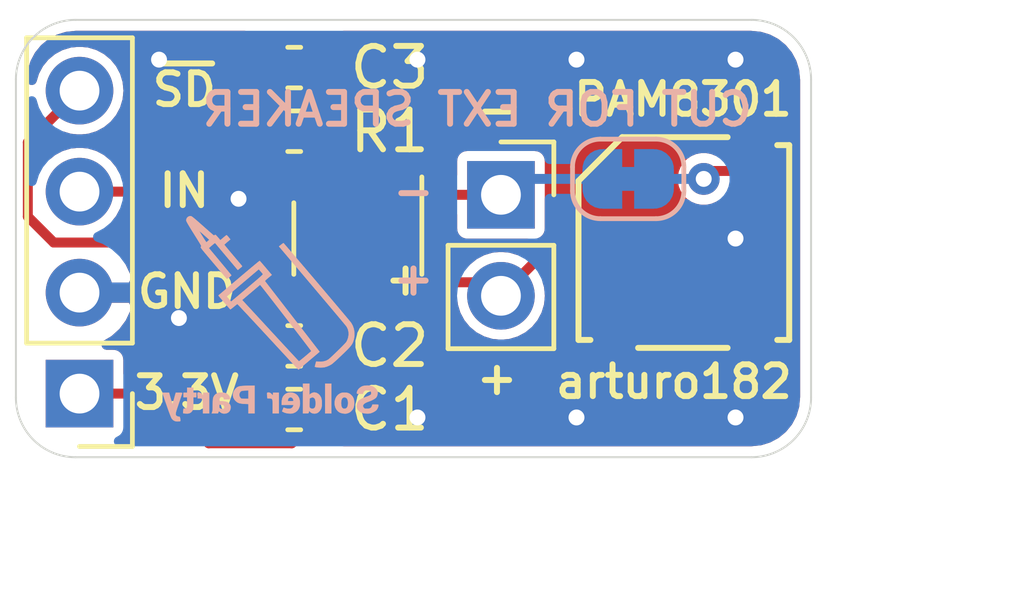
<source format=kicad_pcb>
(kicad_pcb (version 20171130) (host pcbnew "(5.1.2)-1")

  (general
    (thickness 1.6)
    (drawings 22)
    (tracks 47)
    (zones 0)
    (modules 10)
    (nets 10)
  )

  (page A4)
  (layers
    (0 F.Cu signal)
    (31 B.Cu signal)
    (32 B.Adhes user)
    (33 F.Adhes user)
    (34 B.Paste user)
    (35 F.Paste user)
    (36 B.SilkS user)
    (37 F.SilkS user)
    (38 B.Mask user)
    (39 F.Mask user)
    (40 Dwgs.User user)
    (41 Cmts.User user)
    (42 Eco1.User user)
    (43 Eco2.User user)
    (44 Edge.Cuts user)
    (45 Margin user)
    (46 B.CrtYd user)
    (47 F.CrtYd user)
    (48 B.Fab user hide)
    (49 F.Fab user hide)
  )

  (setup
    (last_trace_width 0.25)
    (trace_clearance 0.2)
    (zone_clearance 0.25)
    (zone_45_only no)
    (trace_min 0.2)
    (via_size 0.8)
    (via_drill 0.4)
    (via_min_size 0.4)
    (via_min_drill 0.3)
    (uvia_size 0.3)
    (uvia_drill 0.1)
    (uvias_allowed no)
    (uvia_min_size 0.2)
    (uvia_min_drill 0.1)
    (edge_width 0.05)
    (segment_width 0.2)
    (pcb_text_width 0.3)
    (pcb_text_size 1.5 1.5)
    (mod_edge_width 0.12)
    (mod_text_size 1 1)
    (mod_text_width 0.15)
    (pad_size 1.524 1.524)
    (pad_drill 0.762)
    (pad_to_mask_clearance 0.051)
    (solder_mask_min_width 0.25)
    (aux_axis_origin 0 0)
    (visible_elements FFFFFF7F)
    (pcbplotparams
      (layerselection 0x010fc_ffffffff)
      (usegerberextensions false)
      (usegerberattributes false)
      (usegerberadvancedattributes false)
      (creategerberjobfile false)
      (excludeedgelayer true)
      (linewidth 0.100000)
      (plotframeref false)
      (viasonmask false)
      (mode 1)
      (useauxorigin false)
      (hpglpennumber 1)
      (hpglpenspeed 20)
      (hpglpendiameter 15.000000)
      (psnegative false)
      (psa4output false)
      (plotreference true)
      (plotvalue true)
      (plotinvisibletext false)
      (padsonsilk false)
      (subtractmaskfromsilk false)
      (outputformat 1)
      (mirror false)
      (drillshape 1)
      (scaleselection 1)
      (outputdirectory ""))
  )

  (net 0 "")
  (net 1 GND)
  (net 2 +3V3)
  (net 3 /IN)
  (net 4 "Net-(C3-Pad1)")
  (net 5 /~SD~)
  (net 6 "Net-(J2-Pad2)")
  (net 7 "Net-(J2-Pad1)")
  (net 8 "Net-(JP1-Pad2)")
  (net 9 "Net-(R1-Pad1)")

  (net_class Default "This is the default net class."
    (clearance 0.2)
    (trace_width 0.25)
    (via_dia 0.8)
    (via_drill 0.4)
    (uvia_dia 0.3)
    (uvia_drill 0.1)
    (add_net +3V3)
    (add_net /IN)
    (add_net /~SD~)
    (add_net GND)
    (add_net "Net-(C3-Pad1)")
    (add_net "Net-(J2-Pad1)")
    (add_net "Net-(J2-Pad2)")
    (add_net "Net-(JP1-Pad2)")
    (add_net "Net-(R1-Pad1)")
  )

  (module Symbols_Extra:SolderParty-Logo_6.3x5.9mm_SilkScreen (layer B.Cu) (tedit 0) (tstamp 5CF2D18E)
    (at 129.8 81.5 180)
    (attr virtual)
    (fp_text reference G*** (at 0 0) (layer B.SilkS) hide
      (effects (font (size 1.524 1.524) (thickness 0.3)) (justify mirror))
    )
    (fp_text value LOGO (at 0.75 0) (layer B.SilkS) hide
      (effects (font (size 1.524 1.524) (thickness 0.3)) (justify mirror))
    )
    (fp_poly (pts (xy 2.033644 2.561371) (xy 2.067045 2.546793) (xy 2.093766 2.521659) (xy 2.110411 2.489157)
      (xy 2.11361 2.452667) (xy 2.10968 2.439422) (xy 2.099846 2.417978) (xy 2.083578 2.38742)
      (xy 2.060346 2.346832) (xy 2.029621 2.295302) (xy 1.990873 2.231914) (xy 1.943572 2.155754)
      (xy 1.917623 2.11431) (xy 1.871086 2.040113) (xy 1.832829 1.97893) (xy 1.802132 1.929433)
      (xy 1.778274 1.890295) (xy 1.760536 1.860185) (xy 1.748196 1.837777) (xy 1.740534 1.821741)
      (xy 1.73683 1.81075) (xy 1.736364 1.803474) (xy 1.738414 1.798586) (xy 1.742261 1.794757)
      (xy 1.74369 1.79359) (xy 1.747275 1.790345) (xy 1.749414 1.786504) (xy 1.749338 1.781065)
      (xy 1.746277 1.773028) (xy 1.739463 1.761391) (xy 1.728124 1.745155) (xy 1.711492 1.723317)
      (xy 1.688796 1.694877) (xy 1.659268 1.658834) (xy 1.622138 1.614188) (xy 1.576635 1.559937)
      (xy 1.52199 1.49508) (xy 1.457434 1.418617) (xy 1.434202 1.391113) (xy 1.375173 1.321254)
      (xy 1.319253 1.255114) (xy 1.267425 1.193851) (xy 1.220666 1.138621) (xy 1.179959 1.090581)
      (xy 1.146282 1.050888) (xy 1.120617 1.020699) (xy 1.103943 1.00117) (xy 1.097286 0.993506)
      (xy 1.088697 0.991346) (xy 1.073587 0.998381) (xy 1.049789 1.015801) (xy 1.035636 1.027372)
      (xy 1.011208 1.048239) (xy 0.99271 1.064961) (xy 0.983297 1.074658) (xy 0.982719 1.075717)
      (xy 0.98787 1.082928) (xy 1.002882 1.101903) (xy 1.026752 1.13142) (xy 1.058477 1.170256)
      (xy 1.097053 1.217189) (xy 1.141477 1.270995) (xy 1.190745 1.330451) (xy 1.243853 1.394335)
      (xy 1.265937 1.420843) (xy 1.549741 1.761284) (xy 1.522054 1.785473) (xy 1.478181 1.823618)
      (xy 1.445207 1.851703) (xy 1.42142 1.870968) (xy 1.405107 1.882652) (xy 1.394556 1.887995)
      (xy 1.388054 1.888236) (xy 1.3843 1.885183) (xy 1.377338 1.876682) (xy 1.360535 1.856492)
      (xy 1.334955 1.825883) (xy 1.30166 1.786123) (xy 1.261712 1.738478) (xy 1.216176 1.684218)
      (xy 1.166112 1.62461) (xy 1.112585 1.560923) (xy 1.097243 1.542677) (xy 0.818652 1.211381)
      (xy 0.788209 1.236029) (xy 0.754368 1.263419) (xy 0.731749 1.282165) (xy 0.718535 1.294425)
      (xy 0.712909 1.30236) (xy 0.713054 1.308128) (xy 0.717152 1.313889) (xy 0.719916 1.317193)
      (xy 0.728019 1.326912) (xy 0.745793 1.348063) (xy 0.771975 1.379148) (xy 0.805302 1.41867)
      (xy 0.844511 1.46513) (xy 0.888339 1.517031) (xy 0.935523 1.572874) (xy 0.94615 1.585448)
      (xy 0.993359 1.641461) (xy 1.036954 1.693497) (xy 1.075761 1.740128) (xy 1.108603 1.779928)
      (xy 1.134304 1.811471) (xy 1.151689 1.833329) (xy 1.159581 1.844075) (xy 1.159934 1.844866)
      (xy 1.153821 1.852553) (xy 1.137199 1.868603) (xy 1.112644 1.890631) (xy 1.084275 1.914953)
      (xy 1.008616 1.97855) (xy 1.050793 2.030675) (xy 1.071533 2.055171) (xy 1.088791 2.073486)
      (xy 1.099492 2.082411) (xy 1.100757 2.0828) (xy 1.111512 2.077732) (xy 1.12919 2.06502)
      (xy 1.136356 2.059131) (xy 1.157555 2.041173) (xy 1.185374 2.017716) (xy 1.211085 1.99611)
      (xy 1.258003 1.956759) (xy 1.26909 1.969599) (xy 1.531727 1.969599) (xy 1.56808 1.93766)
      (xy 1.588671 1.920251) (xy 1.604048 1.9085) (xy 1.609641 1.905361) (xy 1.615523 1.91208)
      (xy 1.628916 1.931039) (xy 1.648391 1.960096) (xy 1.672517 1.997111) (xy 1.699864 2.039943)
      (xy 1.705835 2.049401) (xy 1.733255 2.093284) (xy 1.757061 2.132086) (xy 1.775948 2.163624)
      (xy 1.788616 2.185715) (xy 1.793761 2.196179) (xy 1.793761 2.196698) (xy 1.786819 2.192222)
      (xy 1.769197 2.178057) (xy 1.742814 2.155827) (xy 1.709589 2.127155) (xy 1.671442 2.093664)
      (xy 1.661213 2.084597) (xy 1.531727 1.969599) (xy 1.26909 1.969599) (xy 1.320064 2.028627)
      (xy 1.347141 2.05966) (xy 1.365683 2.079511) (xy 1.378065 2.089945) (xy 1.386664 2.092731)
      (xy 1.393855 2.089634) (xy 1.397714 2.086387) (xy 1.413601 2.077296) (xy 1.424201 2.077084)
      (xy 1.432675 2.083584) (xy 1.452399 2.100175) (xy 1.482002 2.125662) (xy 1.520112 2.158847)
      (xy 1.565357 2.198534) (xy 1.616368 2.243526) (xy 1.671771 2.292626) (xy 1.7018 2.31933)
      (xy 1.771879 2.381486) (xy 1.830514 2.432943) (xy 1.878688 2.474509) (xy 1.917381 2.506989)
      (xy 1.947573 2.531192) (xy 1.970246 2.547924) (xy 1.98638 2.557992) (xy 1.996957 2.562204)
      (xy 1.996959 2.562204) (xy 2.033644 2.561371)) (layer B.SilkS) (width 0.01))
    (fp_poly (pts (xy -0.31965 1.87883) (xy -0.300379 1.865588) (xy -0.275749 1.846757) (xy -0.270625 1.842643)
      (xy -0.21974 1.801453) (xy -0.256575 1.757976) (xy -0.426561 1.557327) (xy -0.585842 1.369275)
      (xy -0.734678 1.193515) (xy -0.873328 1.029738) (xy -1.002051 0.877638) (xy -1.121104 0.736907)
      (xy -1.230749 0.607238) (xy -1.331242 0.488325) (xy -1.422844 0.379859) (xy -1.505813 0.281535)
      (xy -1.580409 0.193043) (xy -1.646889 0.114079) (xy -1.705514 0.044333) (xy -1.756542 -0.0165)
      (xy -1.800231 -0.068728) (xy -1.836842 -0.112659) (xy -1.866632 -0.148599) (xy -1.889861 -0.176855)
      (xy -1.906788 -0.197736) (xy -1.917672 -0.211547) (xy -1.922601 -0.218322) (xy -1.952085 -0.280034)
      (xy -1.96791 -0.348452) (xy -1.970164 -0.420394) (xy -1.958934 -0.49268) (xy -1.934307 -0.562128)
      (xy -1.912032 -0.602865) (xy -1.900152 -0.617784) (xy -1.877711 -0.642449) (xy -1.846541 -0.67507)
      (xy -1.808478 -0.713855) (xy -1.765356 -0.757014) (xy -1.719008 -0.802758) (xy -1.67127 -0.849297)
      (xy -1.623974 -0.894839) (xy -1.578957 -0.937594) (xy -1.538051 -0.975773) (xy -1.503091 -1.007585)
      (xy -1.475911 -1.031239) (xy -1.461008 -1.043082) (xy -1.405047 -1.073672) (xy -1.33857 -1.092571)
      (xy -1.263803 -1.099242) (xy -1.231901 -1.098356) (xy -1.153776 -1.093695) (xy -1.13601 -1.158181)
      (xy -1.127977 -1.188662) (xy -1.122502 -1.212046) (xy -1.120518 -1.224265) (xy -1.120684 -1.225107)
      (xy -1.129659 -1.227907) (xy -1.150143 -1.23251) (xy -1.168085 -1.236074) (xy -1.214791 -1.241728)
      (xy -1.268641 -1.243383) (xy -1.321342 -1.241044) (xy -1.3589 -1.235947) (xy -1.421065 -1.218209)
      (xy -1.485607 -1.190663) (xy -1.537934 -1.160989) (xy -1.555775 -1.14748) (xy -1.583927 -1.123766)
      (xy -1.620587 -1.091474) (xy -1.663952 -1.05223) (xy -1.712221 -1.007661) (xy -1.763591 -0.959395)
      (xy -1.804005 -0.920849) (xy -1.868214 -0.858887) (xy -1.921262 -0.806711) (xy -1.964429 -0.762624)
      (xy -1.998996 -0.724926) (xy -2.026242 -0.691919) (xy -2.04745 -0.661903) (xy -2.063899 -0.63318)
      (xy -2.07687 -0.604051) (xy -2.087645 -0.572817) (xy -2.097502 -0.537779) (xy -2.09997 -0.52824)
      (xy -2.113683 -0.443273) (xy -2.112847 -0.356321) (xy -2.098047 -0.270859) (xy -2.069864 -0.190359)
      (xy -2.031883 -0.122598) (xy -2.022656 -0.110661) (xy -2.003434 -0.087016) (xy -1.974937 -0.052511)
      (xy -1.937885 -0.007994) (xy -1.892997 0.045687) (xy -1.840994 0.107682) (xy -1.782595 0.177143)
      (xy -1.71852 0.253222) (xy -1.649489 0.33507) (xy -1.576222 0.421839) (xy -1.499439 0.51268)
      (xy -1.419859 0.606744) (xy -1.338202 0.703184) (xy -1.255189 0.801149) (xy -1.171539 0.899793)
      (xy -1.087971 0.998267) (xy -1.005206 1.095721) (xy -0.923963 1.191308) (xy -0.844963 1.284178)
      (xy -0.768925 1.373484) (xy -0.696569 1.458377) (xy -0.628614 1.538008) (xy -0.565781 1.611529)
      (xy -0.50879 1.678092) (xy -0.45836 1.736847) (xy -0.415211 1.786946) (xy -0.380063 1.827541)
      (xy -0.353636 1.857783) (xy -0.336649 1.876824) (xy -0.329823 1.883815) (xy -0.329758 1.883833)
      (xy -0.31965 1.87883)) (layer B.SilkS) (width 0.01))
    (fp_poly (pts (xy 0.27715 1.432356) (xy 0.296296 1.417239) (xy 0.326317 1.392828) (xy 0.366205 1.359964)
      (xy 0.414948 1.319488) (xy 0.471537 1.272241) (xy 0.534963 1.219064) (xy 0.604217 1.160797)
      (xy 0.678288 1.098282) (xy 0.756167 1.032361) (xy 0.762839 1.026704) (xy 0.841714 0.95983)
      (xy 0.917351 0.895706) (xy 0.988677 0.835242) (xy 1.05462 0.779346) (xy 1.114108 0.728927)
      (xy 1.166069 0.684893) (xy 1.209431 0.648152) (xy 1.243121 0.619615) (xy 1.266069 0.600188)
      (xy 1.277201 0.59078) (xy 1.277323 0.590677) (xy 1.304863 0.567522) (xy 1.159457 0.395944)
      (xy 1.120461 0.350139) (xy 1.084875 0.308739) (xy 1.054206 0.273465) (xy 1.029962 0.246039)
      (xy 1.01365 0.228183) (xy 1.006836 0.221637) (xy 0.997979 0.225744) (xy 0.979016 0.238932)
      (xy 0.952645 0.259198) (xy 0.921565 0.284543) (xy 0.918333 0.287253) (xy 0.886839 0.31325)
      (xy 0.859761 0.334698) (xy 0.839829 0.349499) (xy 0.829769 0.355555) (xy 0.829441 0.3556)
      (xy 0.822861 0.3495) (xy 0.805485 0.331691) (xy 0.778 0.302908) (xy 0.741094 0.263887)
      (xy 0.695455 0.215364) (xy 0.641769 0.158074) (xy 0.580724 0.092753) (xy 0.513008 0.020137)
      (xy 0.439307 -0.059039) (xy 0.360309 -0.144039) (xy 0.276702 -0.234128) (xy 0.189173 -0.32857)
      (xy 0.098408 -0.426629) (xy 0.083837 -0.442383) (xy -0.007821 -0.541479) (xy -0.096606 -0.637446)
      (xy -0.181808 -0.729516) (xy -0.262714 -0.816921) (xy -0.338612 -0.898894) (xy -0.408791 -0.974665)
      (xy -0.472539 -1.043467) (xy -0.529144 -1.104531) (xy -0.577894 -1.15709) (xy -0.618078 -1.200374)
      (xy -0.648984 -1.233617) (xy -0.669899 -1.256048) (xy -0.680113 -1.266902) (xy -0.680566 -1.267369)
      (xy -0.706966 -1.294371) (xy -0.948266 -1.090697) (xy -1.003894 -1.043744) (xy -1.056256 -0.999549)
      (xy -1.103745 -0.959467) (xy -1.144754 -0.924856) (xy -1.177676 -0.897072) (xy -1.200903 -0.877471)
      (xy -1.212827 -0.867411) (xy -1.212934 -0.867321) (xy -1.236301 -0.847619) (xy -1.222481 -0.829743)
      (xy -1.031332 -0.829743) (xy -1.024113 -0.837752) (xy -1.00615 -0.85435) (xy -0.979637 -0.877706)
      (xy -0.946773 -0.905987) (xy -0.909754 -0.937362) (xy -0.870777 -0.969998) (xy -0.832038 -1.002065)
      (xy -0.795734 -1.031731) (xy -0.764062 -1.057163) (xy -0.739219 -1.07653) (xy -0.723401 -1.088001)
      (xy -0.718818 -1.090336) (xy -0.712344 -1.083931) (xy -0.695104 -1.065836) (xy -0.667805 -1.036814)
      (xy -0.631158 -0.99763) (xy -0.58587 -0.949045) (xy -0.53265 -0.891824) (xy -0.472207 -0.826728)
      (xy -0.405249 -0.754522) (xy -0.332485 -0.675967) (xy -0.254623 -0.591828) (xy -0.172374 -0.502866)
      (xy -0.086444 -0.409846) (xy -0.020737 -0.338667) (xy 0.067808 -0.242721) (xy 0.1534 -0.14998)
      (xy 0.235311 -0.061232) (xy 0.312811 0.022733) (xy 0.385173 0.101126) (xy 0.451668 0.173157)
      (xy 0.511568 0.238039) (xy 0.564143 0.29498) (xy 0.608665 0.343193) (xy 0.644406 0.381888)
      (xy 0.670637 0.410276) (xy 0.686629 0.427568) (xy 0.691364 0.432672) (xy 0.711983 0.45471)
      (xy 0.485523 0.646677) (xy 0.259063 0.838645) (xy 0.240685 0.819372) (xy 0.231267 0.808243)
      (xy 0.212589 0.785025) (xy 0.185415 0.750709) (xy 0.150508 0.706282) (xy 0.108631 0.652737)
      (xy 0.060549 0.591061) (xy 0.007023 0.522245) (xy -0.051181 0.447278) (xy -0.113302 0.36715)
      (xy -0.178576 0.282851) (xy -0.246238 0.19537) (xy -0.315527 0.105697) (xy -0.385678 0.014822)
      (xy -0.455928 -0.076266) (xy -0.525515 -0.166576) (xy -0.593673 -0.255121) (xy -0.659641 -0.340909)
      (xy -0.722655 -0.42295) (xy -0.781951 -0.500257) (xy -0.836766 -0.571837) (xy -0.886336 -0.636703)
      (xy -0.929899 -0.693865) (xy -0.966691 -0.742332) (xy -0.995949 -0.781114) (xy -1.016908 -0.809224)
      (xy -1.028807 -0.82567) (xy -1.031332 -0.829743) (xy -1.222481 -0.829743) (xy -0.553543 0.035507)
      (xy -0.470195 0.143314) (xy -0.38965 0.247491) (xy -0.312522 0.347246) (xy -0.239422 0.441788)
      (xy -0.170965 0.530322) (xy -0.107763 0.612058) (xy -0.050428 0.686201) (xy 0.000426 0.75196)
      (xy 0.044187 0.808543) (xy 0.080241 0.855156) (xy 0.107976 0.891007) (xy 0.126779 0.915304)
      (xy 0.136038 0.927254) (xy 0.136889 0.928347) (xy 0.134685 0.937513) (xy 0.119688 0.955028)
      (xy 0.091489 0.981314) (xy 0.055527 1.011953) (xy -0.033509 1.085846) (xy -0.01478 1.10776)
      (xy 0.186042 1.10776) (xy 0.186126 1.103187) (xy 0.190705 1.095488) (xy 0.200661 1.08387)
      (xy 0.216872 1.06754) (xy 0.240218 1.045706) (xy 0.271579 1.017574) (xy 0.311835 0.982352)
      (xy 0.361865 0.939246) (xy 0.422548 0.887462) (xy 0.494766 0.82621) (xy 0.55255 0.777359)
      (xy 0.621895 0.718806) (xy 0.68808 0.662943) (xy 0.749848 0.610832) (xy 0.80594 0.563533)
      (xy 0.855096 0.522107) (xy 0.896058 0.487616) (xy 0.927568 0.46112) (xy 0.948365 0.44368)
      (xy 0.956263 0.43711) (xy 0.985427 0.413189) (xy 1.042653 0.475411) (xy 1.066609 0.502127)
      (xy 1.085272 0.524221) (xy 1.096261 0.538798) (xy 1.098156 0.542892) (xy 1.091563 0.549148)
      (xy 1.073142 0.565388) (xy 1.043997 0.590668) (xy 1.005231 0.62404) (xy 0.957949 0.664561)
      (xy 0.903255 0.711282) (xy 0.842252 0.763259) (xy 0.776046 0.819546) (xy 0.70574 0.879196)
      (xy 0.694318 0.888875) (xy 0.292203 1.229599) (xy 0.243143 1.175716) (xy 0.219695 1.149372)
      (xy 0.200205 1.126396) (xy 0.187934 1.110668) (xy 0.186042 1.10776) (xy -0.01478 1.10776)
      (xy 0.032523 1.163106) (xy 0.06385 1.199809) (xy 0.101578 1.244085) (xy 0.141158 1.290593)
      (xy 0.17804 1.333989) (xy 0.181219 1.337733) (xy 0.21042 1.371824) (xy 0.23591 1.401008)
      (xy 0.255633 1.422975) (xy 0.267534 1.435417) (xy 0.269888 1.437338) (xy 0.27715 1.432356)) (layer B.SilkS) (width 0.01))
    (fp_poly (pts (xy 1.818294 -1.87329) (xy 1.828992 -1.881004) (xy 1.833678 -1.897399) (xy 1.833489 -1.925467)
      (xy 1.831206 -1.952245) (xy 1.824567 -2.0193) (xy 1.775398 -2.020544) (xy 1.749557 -2.02148)
      (xy 1.729804 -2.024162) (xy 1.715322 -2.030618) (xy 1.705293 -2.042872) (xy 1.698898 -2.06295)
      (xy 1.695321 -2.092879) (xy 1.693742 -2.134685) (xy 1.693345 -2.190393) (xy 1.693334 -2.223812)
      (xy 1.693334 -2.396067) (xy 1.540934 -2.396067) (xy 1.540934 -1.8796) (xy 1.684867 -1.8796)
      (xy 1.684867 -1.908734) (xy 1.687286 -1.933152) (xy 1.694237 -1.94155) (xy 1.70526 -1.933702)
      (xy 1.71282 -1.922498) (xy 1.732545 -1.900864) (xy 1.760852 -1.88264) (xy 1.790185 -1.872242)
      (xy 1.800446 -1.871263) (xy 1.818294 -1.87329)) (layer B.SilkS) (width 0.01))
    (fp_poly (pts (xy 0.573617 -1.703635) (xy 0.646146 -1.705648) (xy 0.704211 -1.708868) (xy 0.75027 -1.713954)
      (xy 0.786784 -1.721559) (xy 0.816211 -1.732341) (xy 0.841012 -1.746954) (xy 0.863646 -1.766055)
      (xy 0.88281 -1.786079) (xy 0.917934 -1.836433) (xy 0.937244 -1.890278) (xy 0.940788 -1.945423)
      (xy 0.928613 -1.999675) (xy 0.900767 -2.050842) (xy 0.876515 -2.079191) (xy 0.846757 -2.105855)
      (xy 0.815891 -2.125519) (xy 0.780401 -2.139381) (xy 0.736772 -2.148637) (xy 0.681489 -2.154486)
      (xy 0.649817 -2.156434) (xy 0.550333 -2.161585) (xy 0.550333 -2.396067) (xy 0.397933 -2.396067)
      (xy 0.397933 -2.032) (xy 0.550333 -2.032) (xy 0.639885 -2.032) (xy 0.680005 -2.031787)
      (xy 0.707032 -2.030616) (xy 0.724806 -2.027692) (xy 0.737166 -2.022217) (xy 0.747951 -2.013396)
      (xy 0.752875 -2.008562) (xy 0.77416 -1.976461) (xy 0.782909 -1.938641) (xy 0.779416 -1.899877)
      (xy 0.763972 -1.864945) (xy 0.742718 -1.842599) (xy 0.727984 -1.833988) (xy 0.708828 -1.828203)
      (xy 0.681259 -1.824473) (xy 0.641287 -1.822027) (xy 0.634768 -1.821755) (xy 0.550333 -1.818364)
      (xy 0.550333 -2.032) (xy 0.397933 -2.032) (xy 0.397933 -1.700089) (xy 0.573617 -1.703635)) (layer B.SilkS) (width 0.01))
    (fp_poly (pts (xy 0.070769 -1.876352) (xy 0.074826 -1.878572) (xy 0.080391 -1.886084) (xy 0.082514 -1.901519)
      (xy 0.081383 -1.928196) (xy 0.079059 -1.952525) (xy 0.071967 -2.0193) (xy 0.022798 -2.020544)
      (xy -0.003043 -2.02148) (xy -0.022796 -2.024162) (xy -0.037278 -2.030618) (xy -0.047307 -2.042872)
      (xy -0.053702 -2.06295) (xy -0.057279 -2.092879) (xy -0.058858 -2.134685) (xy -0.059255 -2.190393)
      (xy -0.059266 -2.223812) (xy -0.059266 -2.396067) (xy -0.211666 -2.396067) (xy -0.211666 -1.8796)
      (xy -0.067733 -1.8796) (xy -0.067733 -1.908734) (xy -0.06542 -1.933121) (xy -0.058418 -1.941249)
      (xy -0.046636 -1.933157) (xy -0.037765 -1.921332) (xy -0.014471 -1.89661) (xy 0.01468 -1.87962)
      (xy 0.044743 -1.872241) (xy 0.070769 -1.876352)) (layer B.SilkS) (width 0.01))
    (fp_poly (pts (xy -1.380067 -2.396067) (xy -1.532466 -2.396067) (xy -1.532466 -1.651) (xy -1.380067 -1.651)
      (xy -1.380067 -2.396067)) (layer B.SilkS) (width 0.01))
    (fp_poly (pts (xy 2.091267 -1.8796) (xy 2.1844 -1.8796) (xy 2.1844 -1.989667) (xy 2.091267 -1.989667)
      (xy 2.091267 -2.111882) (xy 2.091625 -2.168845) (xy 2.093172 -2.211066) (xy 2.096618 -2.240731)
      (xy 2.102674 -2.260024) (xy 2.112049 -2.271132) (xy 2.125454 -2.276239) (xy 2.1436 -2.27753)
      (xy 2.145104 -2.277534) (xy 2.182427 -2.277534) (xy 2.188392 -2.333233) (xy 2.190954 -2.361998)
      (xy 2.191874 -2.383275) (xy 2.191 -2.39229) (xy 2.181502 -2.394572) (xy 2.15973 -2.397386)
      (xy 2.130303 -2.40014) (xy 2.128871 -2.400253) (xy 2.080717 -2.401118) (xy 2.043572 -2.394811)
      (xy 2.036234 -2.392351) (xy 1.995896 -2.369026) (xy 1.964695 -2.334086) (xy 1.947903 -2.297035)
      (xy 1.944827 -2.277545) (xy 1.942202 -2.244883) (xy 1.940226 -2.202807) (xy 1.9391 -2.155077)
      (xy 1.938914 -2.12725) (xy 1.938867 -1.989667) (xy 1.862667 -1.989667) (xy 1.862667 -1.8796)
      (xy 1.938867 -1.8796) (xy 1.938867 -1.7526) (xy 2.091267 -1.7526) (xy 2.091267 -1.8796)) (layer B.SilkS) (width 0.01))
    (fp_poly (pts (xy 1.271824 -1.8777) (xy 1.318282 -1.886463) (xy 1.330845 -1.890678) (xy 1.376264 -1.916633)
      (xy 1.411795 -1.954169) (xy 1.434578 -1.999994) (xy 1.43842 -2.014497) (xy 1.441718 -2.038469)
      (xy 1.444508 -2.07514) (xy 1.446568 -2.120282) (xy 1.447673 -2.169662) (xy 1.4478 -2.192219)
      (xy 1.448455 -2.254112) (xy 1.450521 -2.301198) (xy 1.45415 -2.33556) (xy 1.459493 -2.359278)
      (xy 1.460125 -2.361136) (xy 1.472449 -2.396067) (xy 1.319936 -2.396067) (xy 1.294698 -2.335663)
      (xy 1.265647 -2.36117) (xy 1.222493 -2.38932) (xy 1.174615 -2.401619) (xy 1.120824 -2.398334)
      (xy 1.110173 -2.396049) (xy 1.065743 -2.377441) (xy 1.031173 -2.346262) (xy 1.00865 -2.305038)
      (xy 1.001085 -2.270157) (xy 1.000568 -2.254388) (xy 1.154031 -2.254388) (xy 1.166802 -2.27716)
      (xy 1.185334 -2.288905) (xy 1.208588 -2.291251) (xy 1.237825 -2.285957) (xy 1.26483 -2.274615)
      (xy 1.267441 -2.272982) (xy 1.279666 -2.261703) (xy 1.285479 -2.245127) (xy 1.286934 -2.218072)
      (xy 1.286934 -2.175934) (xy 1.236748 -2.175934) (xy 1.207207 -2.176877) (xy 1.188875 -2.180954)
      (xy 1.176073 -2.190035) (xy 1.169015 -2.198242) (xy 1.154529 -2.22675) (xy 1.154031 -2.254388)
      (xy 1.000568 -2.254388) (xy 0.999736 -2.229067) (xy 1.006066 -2.197648) (xy 1.021812 -2.169715)
      (xy 1.033164 -2.155798) (xy 1.06215 -2.130197) (xy 1.098987 -2.111955) (xy 1.146499 -2.100067)
      (xy 1.207511 -2.09353) (xy 1.208617 -2.093464) (xy 1.286934 -2.088779) (xy 1.286934 -2.055771)
      (xy 1.281132 -2.02668) (xy 1.266177 -2.001501) (xy 1.245742 -1.985054) (xy 1.230168 -1.981316)
      (xy 1.197329 -1.986015) (xy 1.177753 -2.000043) (xy 1.171143 -2.016167) (xy 1.166284 -2.040467)
      (xy 1.013771 -2.040467) (xy 1.018458 -2.005517) (xy 1.030877 -1.970324) (xy 1.056514 -1.936392)
      (xy 1.091841 -1.907514) (xy 1.1256 -1.890254) (xy 1.168294 -1.87958) (xy 1.219431 -1.875401)
      (xy 1.271824 -1.8777)) (layer B.SilkS) (width 0.01))
    (fp_poly (pts (xy -0.438296 -1.882187) (xy -0.387679 -1.905291) (xy -0.351144 -1.934411) (xy -0.320217 -1.973819)
      (xy -0.300058 -2.020642) (xy -0.289739 -2.07764) (xy -0.287866 -2.122437) (xy -0.287866 -2.1844)
      (xy -0.585341 -2.1844) (xy -0.579655 -2.20345) (xy -0.560614 -2.242853) (xy -0.530995 -2.269052)
      (xy -0.490877 -2.282003) (xy -0.440795 -2.281718) (xy -0.408128 -2.276102) (xy -0.37745 -2.268305)
      (xy -0.364883 -2.263896) (xy -0.345854 -2.256658) (xy -0.335287 -2.253936) (xy -0.33466 -2.254139)
      (xy -0.330984 -2.262544) (xy -0.322948 -2.281944) (xy -0.315226 -2.300905) (xy -0.297198 -2.345443)
      (xy -0.315816 -2.357282) (xy -0.357538 -2.376889) (xy -0.409566 -2.39119) (xy -0.465867 -2.399328)
      (xy -0.520411 -2.400448) (xy -0.567164 -2.393693) (xy -0.568933 -2.393206) (xy -0.626965 -2.368782)
      (xy -0.674117 -2.332016) (xy -0.709663 -2.284112) (xy -0.732882 -2.226277) (xy -0.743048 -2.159715)
      (xy -0.741718 -2.105279) (xy -0.737491 -2.077279) (xy -0.58388 -2.077279) (xy -0.576394 -2.086293)
      (xy -0.556977 -2.090265) (xy -0.523413 -2.091248) (xy -0.512233 -2.091267) (xy -0.440266 -2.091267)
      (xy -0.440266 -2.063517) (xy -0.446914 -2.031098) (xy -0.4643 -2.007797) (xy -0.488585 -1.994419)
      (xy -0.515931 -1.991769) (xy -0.5425 -2.000653) (xy -0.564455 -2.021875) (xy -0.571909 -2.035908)
      (xy -0.581647 -2.061168) (xy -0.58388 -2.077279) (xy -0.737491 -2.077279) (xy -0.736038 -2.067657)
      (xy -0.72686 -2.029795) (xy -0.718567 -2.005921) (xy -0.688965 -1.956853) (xy -0.6487 -1.91842)
      (xy -0.600636 -1.891179) (xy -0.547638 -1.875688) (xy -0.49257 -1.872505) (xy -0.438296 -1.882187)) (layer B.SilkS) (width 0.01))
    (fp_poly (pts (xy -0.821266 -2.396067) (xy -0.889266 -2.396067) (xy -0.928234 -2.394942) (xy -0.951598 -2.39145)
      (xy -0.960525 -2.385484) (xy -0.964682 -2.369727) (xy -0.969066 -2.350907) (xy -0.974346 -2.326913)
      (xy -0.992391 -2.349854) (xy -1.026191 -2.379741) (xy -1.068985 -2.397228) (xy -1.117163 -2.401223)
      (xy -1.147233 -2.39667) (xy -1.17963 -2.385917) (xy -1.20661 -2.368896) (xy -1.234205 -2.341596)
      (xy -1.239932 -2.335013) (xy -1.265868 -2.297851) (xy -1.283027 -2.255678) (xy -1.292237 -2.20522)
      (xy -1.294322 -2.143201) (xy -1.294191 -2.138813) (xy -1.14011 -2.138813) (xy -1.138836 -2.181121)
      (xy -1.133741 -2.218072) (xy -1.124776 -2.24442) (xy -1.123456 -2.246592) (xy -1.098106 -2.271676)
      (xy -1.066082 -2.282401) (xy -1.030343 -2.278335) (xy -1.001389 -2.26436) (xy -0.993527 -2.258557)
      (xy -0.988162 -2.251297) (xy -0.984897 -2.239639) (xy -0.983337 -2.220639) (xy -0.983084 -2.191356)
      (xy -0.983743 -2.148847) (xy -0.984013 -2.135367) (xy -0.986366 -2.0193) (xy -1.018806 -2.003457)
      (xy -1.055169 -1.992773) (xy -1.086765 -1.998232) (xy -1.112933 -2.019646) (xy -1.121485 -2.032217)
      (xy -1.131386 -2.059114) (xy -1.137611 -2.096395) (xy -1.14011 -2.138813) (xy -1.294191 -2.138813)
      (xy -1.293685 -2.12192) (xy -1.290539 -2.073562) (xy -1.285123 -2.036842) (xy -1.276503 -2.006518)
      (xy -1.270586 -1.991854) (xy -1.241786 -1.944071) (xy -1.203368 -1.906668) (xy -1.15824 -1.881733)
      (xy -1.109307 -1.871353) (xy -1.102511 -1.871181) (xy -1.07448 -1.876229) (xy -1.041647 -1.889226)
      (xy -1.011787 -1.906779) (xy -1.001299 -1.915347) (xy -0.982133 -1.933352) (xy -0.982133 -1.651)
      (xy -0.821266 -1.651) (xy -0.821266 -2.396067)) (layer B.SilkS) (width 0.01))
    (fp_poly (pts (xy -1.82361 -1.877084) (xy -1.793623 -1.88222) (xy -1.764456 -1.892836) (xy -1.74929 -1.899944)
      (xy -1.702149 -1.931771) (xy -1.665443 -1.97424) (xy -1.6392 -2.024676) (xy -1.623444 -2.080399)
      (xy -1.618203 -2.138733) (xy -1.623501 -2.197001) (xy -1.639365 -2.252525) (xy -1.665821 -2.302629)
      (xy -1.702895 -2.344633) (xy -1.744701 -2.372965) (xy -1.781814 -2.387286) (xy -1.825747 -2.397439)
      (xy -1.8699 -2.40242) (xy -1.907675 -2.401225) (xy -1.9177 -2.399282) (xy -1.959821 -2.386614)
      (xy -1.991941 -2.371419) (xy -2.020961 -2.350099) (xy -2.033376 -2.338927) (xy -2.068038 -2.29937)
      (xy -2.091228 -2.254811) (xy -2.104198 -2.201886) (xy -2.1082 -2.137834) (xy -2.108036 -2.135223)
      (xy -1.9558 -2.135223) (xy -1.951485 -2.190831) (xy -1.938808 -2.233868) (xy -1.918172 -2.263301)
      (xy -1.901581 -2.274255) (xy -1.869308 -2.28182) (xy -1.836635 -2.27846) (xy -1.813479 -2.2669)
      (xy -1.794704 -2.240885) (xy -1.782836 -2.200128) (xy -1.778096 -2.145442) (xy -1.778013 -2.135989)
      (xy -1.782439 -2.079868) (xy -1.79542 -2.037038) (xy -1.816544 -2.008027) (xy -1.845401 -1.993366)
      (xy -1.881582 -1.993583) (xy -1.887375 -1.994872) (xy -1.916433 -2.010441) (xy -1.93797 -2.04012)
      (xy -1.951316 -2.08253) (xy -1.9558 -2.135223) (xy -2.108036 -2.135223) (xy -2.104128 -2.07329)
      (xy -2.091077 -2.02045) (xy -2.067796 -1.975948) (xy -2.033376 -1.93674) (xy -1.996537 -1.907109)
      (xy -1.958814 -1.88828) (xy -1.915092 -1.878426) (xy -1.86241 -1.875716) (xy -1.82361 -1.877084)) (layer B.SilkS) (width 0.01))
    (fp_poly (pts (xy -2.372028 -1.701783) (xy -2.320863 -1.713518) (xy -2.280139 -1.733335) (xy -2.241813 -1.762068)
      (xy -2.210081 -1.795755) (xy -2.189141 -1.830434) (xy -2.185292 -1.8415) (xy -2.177772 -1.870577)
      (xy -2.176105 -1.889066) (xy -2.182767 -1.899364) (xy -2.200236 -1.903867) (xy -2.230988 -1.904973)
      (xy -2.250908 -1.905) (xy -2.325884 -1.905) (xy -2.333731 -1.877637) (xy -2.348022 -1.851702)
      (xy -2.370939 -1.830321) (xy -2.39196 -1.818429) (xy -2.413473 -1.81331) (xy -2.442936 -1.81338)
      (xy -2.448867 -1.813766) (xy -2.491263 -1.82223) (xy -2.521377 -1.839958) (xy -2.538055 -1.865557)
      (xy -2.540145 -1.897635) (xy -2.53471 -1.9174) (xy -2.522816 -1.930489) (xy -2.497843 -1.946357)
      (xy -2.463045 -1.963307) (xy -2.421673 -1.979637) (xy -2.404533 -1.985447) (xy -2.359085 -2.00237)
      (xy -2.313459 -2.023201) (xy -2.27214 -2.045581) (xy -2.239614 -2.067151) (xy -2.225066 -2.079875)
      (xy -2.197665 -2.119882) (xy -2.18064 -2.168208) (xy -2.175145 -2.219243) (xy -2.182336 -2.267375)
      (xy -2.184904 -2.274866) (xy -2.204206 -2.307413) (xy -2.235186 -2.339219) (xy -2.272983 -2.365916)
      (xy -2.301254 -2.379362) (xy -2.347004 -2.391719) (xy -2.400895 -2.399101) (xy -2.455281 -2.400895)
      (xy -2.502517 -2.396488) (xy -2.506133 -2.395772) (xy -2.547321 -2.383544) (xy -2.590198 -2.36487)
      (xy -2.629633 -2.342502) (xy -2.660495 -2.319193) (xy -2.672183 -2.306674) (xy -2.693552 -2.272216)
      (xy -2.709526 -2.234211) (xy -2.717169 -2.199909) (xy -2.717428 -2.194984) (xy -2.716715 -2.18587)
      (xy -2.71196 -2.180251) (xy -2.699888 -2.177284) (xy -2.677226 -2.176126) (xy -2.643455 -2.175934)
      (xy -2.569111 -2.175934) (xy -2.556672 -2.21115) (xy -2.540959 -2.243646) (xy -2.519063 -2.265064)
      (xy -2.487931 -2.277144) (xy -2.444508 -2.281627) (xy -2.432813 -2.281767) (xy -2.399636 -2.281277)
      (xy -2.378533 -2.278894) (xy -2.36465 -2.273245) (xy -2.353134 -2.262959) (xy -2.348767 -2.258011)
      (xy -2.33037 -2.227301) (xy -2.328728 -2.197672) (xy -2.343687 -2.169313) (xy -2.375092 -2.142416)
      (xy -2.422789 -2.117171) (xy -2.480733 -2.095628) (xy -2.525879 -2.078758) (xy -2.570906 -2.057748)
      (xy -2.611706 -2.034885) (xy -2.644169 -2.012453) (xy -2.66316 -1.994137) (xy -2.677547 -1.96919)
      (xy -2.689792 -1.937821) (xy -2.693109 -1.925659) (xy -2.698135 -1.876653) (xy -2.688498 -1.832853)
      (xy -2.66334 -1.791627) (xy -2.641931 -1.768469) (xy -2.600619 -1.735393) (xy -2.554867 -1.713426)
      (xy -2.501022 -1.701297) (xy -2.4384 -1.697731) (xy -2.372028 -1.701783)) (layer B.SilkS) (width 0.01))
    (fp_poly (pts (xy 2.390616 -1.92405) (xy 2.397847 -1.950033) (xy 2.407978 -1.987286) (xy 2.419628 -2.030696)
      (xy 2.430661 -2.072284) (xy 2.441194 -2.110991) (xy 2.450418 -2.142573) (xy 2.457426 -2.16408)
      (xy 2.461306 -2.172561) (xy 2.461559 -2.172531) (xy 2.464946 -2.163737) (xy 2.472078 -2.141876)
      (xy 2.481988 -2.110143) (xy 2.49371 -2.071737) (xy 2.506279 -2.029853) (xy 2.518727 -1.987689)
      (xy 2.530089 -1.948442) (xy 2.539399 -1.915309) (xy 2.540481 -1.91135) (xy 2.54912 -1.8796)
      (xy 2.716617 -1.8796) (xy 2.693093 -1.945217) (xy 2.684189 -1.970332) (xy 2.67071 -2.008712)
      (xy 2.653613 -2.057618) (xy 2.633854 -2.114309) (xy 2.612389 -2.176045) (xy 2.590173 -2.240088)
      (xy 2.586563 -2.250511) (xy 2.563894 -2.314828) (xy 2.542001 -2.374816) (xy 2.521772 -2.428188)
      (xy 2.504097 -2.472656) (xy 2.489863 -2.505936) (xy 2.47996 -2.525739) (xy 2.479007 -2.527251)
      (xy 2.444511 -2.56511) (xy 2.400823 -2.588877) (xy 2.348646 -2.598202) (xy 2.336244 -2.598285)
      (xy 2.307243 -2.597004) (xy 2.283422 -2.594803) (xy 2.27462 -2.593277) (xy 2.264594 -2.587591)
      (xy 2.262239 -2.574504) (xy 2.264326 -2.558276) (xy 2.270676 -2.522045) (xy 2.275747 -2.499327)
      (xy 2.281262 -2.486971) (xy 2.288942 -2.481825) (xy 2.30051 -2.480738) (xy 2.306698 -2.480734)
      (xy 2.333741 -2.475322) (xy 2.35651 -2.463433) (xy 2.368129 -2.453319) (xy 2.376579 -2.442437)
      (xy 2.381574 -2.429048) (xy 2.382829 -2.411414) (xy 2.380056 -2.387794) (xy 2.37297 -2.35645)
      (xy 2.361283 -2.315642) (xy 2.344711 -2.263632) (xy 2.322966 -2.19868) (xy 2.303567 -2.141817)
      (xy 2.28251 -2.080129) (xy 2.263343 -2.023584) (xy 2.246729 -1.974171) (xy 2.233332 -1.933881)
      (xy 2.223816 -1.904703) (xy 2.218845 -1.888625) (xy 2.218267 -1.886173) (xy 2.226117 -1.883339)
      (xy 2.247207 -1.881119) (xy 2.277847 -1.879816) (xy 2.298099 -1.8796) (xy 2.377932 -1.8796)
      (xy 2.390616 -1.92405)) (layer B.SilkS) (width 0.01))
  )

  (module Connector_PinHeader_2.54mm:PinHeader_1x04_P2.54mm_Vertical (layer F.Cu) (tedit 59FED5CC) (tstamp 5CF2B84D)
    (at 125 83.4 180)
    (descr "Through hole straight pin header, 1x04, 2.54mm pitch, single row")
    (tags "Through hole pin header THT 1x04 2.54mm single row")
    (path /5D09B593)
    (fp_text reference J1 (at 0 -2.77) (layer F.SilkS) hide
      (effects (font (size 1 1) (thickness 0.15)))
    )
    (fp_text value Conn_01x04 (at 0 10.39) (layer F.Fab)
      (effects (font (size 1 1) (thickness 0.15)))
    )
    (fp_text user %R (at 0 3.81 90) (layer F.Fab)
      (effects (font (size 1 1) (thickness 0.15)))
    )
    (fp_line (start 1.8 -1.8) (end -1.8 -1.8) (layer F.CrtYd) (width 0.05))
    (fp_line (start 1.8 9.4) (end 1.8 -1.8) (layer F.CrtYd) (width 0.05))
    (fp_line (start -1.8 9.4) (end 1.8 9.4) (layer F.CrtYd) (width 0.05))
    (fp_line (start -1.8 -1.8) (end -1.8 9.4) (layer F.CrtYd) (width 0.05))
    (fp_line (start -1.33 -1.33) (end 0 -1.33) (layer F.SilkS) (width 0.12))
    (fp_line (start -1.33 0) (end -1.33 -1.33) (layer F.SilkS) (width 0.12))
    (fp_line (start -1.33 1.27) (end 1.33 1.27) (layer F.SilkS) (width 0.12))
    (fp_line (start 1.33 1.27) (end 1.33 8.95) (layer F.SilkS) (width 0.12))
    (fp_line (start -1.33 1.27) (end -1.33 8.95) (layer F.SilkS) (width 0.12))
    (fp_line (start -1.33 8.95) (end 1.33 8.95) (layer F.SilkS) (width 0.12))
    (fp_line (start -1.27 -0.635) (end -0.635 -1.27) (layer F.Fab) (width 0.1))
    (fp_line (start -1.27 8.89) (end -1.27 -0.635) (layer F.Fab) (width 0.1))
    (fp_line (start 1.27 8.89) (end -1.27 8.89) (layer F.Fab) (width 0.1))
    (fp_line (start 1.27 -1.27) (end 1.27 8.89) (layer F.Fab) (width 0.1))
    (fp_line (start -0.635 -1.27) (end 1.27 -1.27) (layer F.Fab) (width 0.1))
    (pad 4 thru_hole oval (at 0 7.62 180) (size 1.7 1.7) (drill 1) (layers *.Cu *.Mask)
      (net 5 /~SD~))
    (pad 3 thru_hole oval (at 0 5.08 180) (size 1.7 1.7) (drill 1) (layers *.Cu *.Mask)
      (net 3 /IN))
    (pad 2 thru_hole oval (at 0 2.54 180) (size 1.7 1.7) (drill 1) (layers *.Cu *.Mask)
      (net 1 GND))
    (pad 1 thru_hole rect (at 0 0 180) (size 1.7 1.7) (drill 1) (layers *.Cu *.Mask)
      (net 2 +3V3))
    (model ${KISYS3DMOD}/Connector_PinHeader_2.54mm.3dshapes/PinHeader_1x04_P2.54mm_Vertical.wrl
      (at (xyz 0 0 0))
      (scale (xyz 1 1 1))
      (rotate (xyz 0 0 0))
    )
  )

  (module Resistor_SMD:R_0603_1608Metric (layer F.Cu) (tedit 5B301BBD) (tstamp 5CF2CA9D)
    (at 130.4 76.8 180)
    (descr "Resistor SMD 0603 (1608 Metric), square (rectangular) end terminal, IPC_7351 nominal, (Body size source: http://www.tortai-tech.com/upload/download/2011102023233369053.pdf), generated with kicad-footprint-generator")
    (tags resistor)
    (path /5CF2F063)
    (attr smd)
    (fp_text reference R1 (at -2.4 0) (layer F.SilkS)
      (effects (font (size 1 1) (thickness 0.15)))
    )
    (fp_text value 47k (at 0 1.43) (layer F.Fab)
      (effects (font (size 1 1) (thickness 0.15)))
    )
    (fp_text user %R (at 0 0) (layer F.Fab)
      (effects (font (size 0.4 0.4) (thickness 0.06)))
    )
    (fp_line (start 1.48 0.73) (end -1.48 0.73) (layer F.CrtYd) (width 0.05))
    (fp_line (start 1.48 -0.73) (end 1.48 0.73) (layer F.CrtYd) (width 0.05))
    (fp_line (start -1.48 -0.73) (end 1.48 -0.73) (layer F.CrtYd) (width 0.05))
    (fp_line (start -1.48 0.73) (end -1.48 -0.73) (layer F.CrtYd) (width 0.05))
    (fp_line (start -0.162779 0.51) (end 0.162779 0.51) (layer F.SilkS) (width 0.12))
    (fp_line (start -0.162779 -0.51) (end 0.162779 -0.51) (layer F.SilkS) (width 0.12))
    (fp_line (start 0.8 0.4) (end -0.8 0.4) (layer F.Fab) (width 0.1))
    (fp_line (start 0.8 -0.4) (end 0.8 0.4) (layer F.Fab) (width 0.1))
    (fp_line (start -0.8 -0.4) (end 0.8 -0.4) (layer F.Fab) (width 0.1))
    (fp_line (start -0.8 0.4) (end -0.8 -0.4) (layer F.Fab) (width 0.1))
    (pad 2 smd roundrect (at 0.7875 0 180) (size 0.875 0.95) (layers F.Cu F.Paste F.Mask) (roundrect_rratio 0.25)
      (net 4 "Net-(C3-Pad1)"))
    (pad 1 smd roundrect (at -0.7875 0 180) (size 0.875 0.95) (layers F.Cu F.Paste F.Mask) (roundrect_rratio 0.25)
      (net 9 "Net-(R1-Pad1)"))
    (model ${KISYS3DMOD}/Resistor_SMD.3dshapes/R_0603_1608Metric.wrl
      (at (xyz 0 0 0))
      (scale (xyz 1 1 1))
      (rotate (xyz 0 0 0))
    )
  )

  (module Package_TO_SOT_SMD:SOT-23-6 (layer F.Cu) (tedit 5A02FF57) (tstamp 5CF2B8A8)
    (at 132 79.5 270)
    (descr "6-pin SOT-23 package")
    (tags SOT-23-6)
    (path /5D08EA68)
    (attr smd)
    (fp_text reference U1 (at 0 -2.9 90) (layer F.SilkS) hide
      (effects (font (size 1 1) (thickness 0.15)))
    )
    (fp_text value PAM8301 (at 0 2.9 90) (layer F.Fab)
      (effects (font (size 1 1) (thickness 0.15)))
    )
    (fp_line (start 0.9 -1.55) (end 0.9 1.55) (layer F.Fab) (width 0.1))
    (fp_line (start 0.9 1.55) (end -0.9 1.55) (layer F.Fab) (width 0.1))
    (fp_line (start -0.9 -0.9) (end -0.9 1.55) (layer F.Fab) (width 0.1))
    (fp_line (start 0.9 -1.55) (end -0.25 -1.55) (layer F.Fab) (width 0.1))
    (fp_line (start -0.9 -0.9) (end -0.25 -1.55) (layer F.Fab) (width 0.1))
    (fp_line (start -1.9 -1.8) (end -1.9 1.8) (layer F.CrtYd) (width 0.05))
    (fp_line (start -1.9 1.8) (end 1.9 1.8) (layer F.CrtYd) (width 0.05))
    (fp_line (start 1.9 1.8) (end 1.9 -1.8) (layer F.CrtYd) (width 0.05))
    (fp_line (start 1.9 -1.8) (end -1.9 -1.8) (layer F.CrtYd) (width 0.05))
    (fp_line (start 0.9 -1.61) (end -1.55 -1.61) (layer F.SilkS) (width 0.12))
    (fp_line (start -0.9 1.61) (end 0.9 1.61) (layer F.SilkS) (width 0.12))
    (fp_text user %R (at 0 0) (layer F.Fab)
      (effects (font (size 0.5 0.5) (thickness 0.075)))
    )
    (pad 5 smd rect (at 1.1 0 270) (size 1.06 0.65) (layers F.Cu F.Paste F.Mask)
      (net 2 +3V3))
    (pad 6 smd rect (at 1.1 -0.95 270) (size 1.06 0.65) (layers F.Cu F.Paste F.Mask)
      (net 6 "Net-(J2-Pad2)"))
    (pad 4 smd rect (at 1.1 0.95 270) (size 1.06 0.65) (layers F.Cu F.Paste F.Mask)
      (net 5 /~SD~))
    (pad 3 smd rect (at -1.1 0.95 270) (size 1.06 0.65) (layers F.Cu F.Paste F.Mask)
      (net 9 "Net-(R1-Pad1)"))
    (pad 2 smd rect (at -1.1 0 270) (size 1.06 0.65) (layers F.Cu F.Paste F.Mask)
      (net 1 GND))
    (pad 1 smd rect (at -1.1 -0.95 270) (size 1.06 0.65) (layers F.Cu F.Paste F.Mask)
      (net 7 "Net-(J2-Pad1)"))
    (model ${KISYS3DMOD}/Package_TO_SOT_SMD.3dshapes/SOT-23-6.wrl
      (at (xyz 0 0 0))
      (scale (xyz 1 1 1))
      (rotate (xyz 0 0 0))
    )
  )

  (module Buzzer_Beeper_Extra:CMT-5023S (layer F.Cu) (tedit 5BA2AFCF) (tstamp 5CF2C151)
    (at 140.2 79.6 90)
    (path /5D08C2E2)
    (attr smd)
    (fp_text reference LS1 (at 0 3.45 90) (layer F.SilkS) hide
      (effects (font (size 1 1) (thickness 0.15)))
    )
    (fp_text value Speaker (at 0 -3.4 90) (layer F.Fab)
      (effects (font (size 1 1) (thickness 0.15)))
    )
    (fp_line (start -2.65 -1.15) (end -2.65 1.1) (layer F.SilkS) (width 0.15))
    (fp_line (start 1.55 -2.65) (end 2.65 -1.55) (layer F.SilkS) (width 0.15))
    (fp_line (start 2.45 2.65) (end 2.45 2.35) (layer F.SilkS) (width 0.15))
    (fp_line (start -2.45 2.65) (end 2.45 2.65) (layer F.SilkS) (width 0.15))
    (fp_line (start -2.45 2.35) (end -2.45 2.65) (layer F.SilkS) (width 0.15))
    (fp_line (start -2.45 -2.65) (end -2.45 -2.35) (layer F.SilkS) (width 0.15))
    (fp_line (start 1.55 -2.65) (end -2.45 -2.65) (layer F.SilkS) (width 0.15))
    (fp_line (start 2.65 -1.55) (end 2.65 1.1) (layer F.SilkS) (width 0.15))
    (fp_line (start 1.5 -2.5) (end 2.5 -1.5) (layer F.Fab) (width 0.12))
    (fp_line (start -2.3 -2.5) (end 1.5 -2.5) (layer F.Fab) (width 0.12))
    (fp_line (start -2.3 -1.2) (end -2.3 -2.5) (layer F.Fab) (width 0.12))
    (fp_line (start 2.5 1) (end 2.5 -1.5) (layer F.Fab) (width 0.12))
    (fp_line (start 2.3 1.2) (end 2.5 1) (layer F.Fab) (width 0.12))
    (fp_line (start 2.3 2.5) (end 2.3 1.2) (layer F.Fab) (width 0.12))
    (fp_line (start -2.3 2.5) (end 2.3 2.5) (layer F.Fab) (width 0.12))
    (fp_line (start -2.3 1.2) (end -2.3 2.5) (layer F.Fab) (width 0.12))
    (fp_line (start -2.5 1) (end -2.3 1.2) (layer F.Fab) (width 0.12))
    (fp_line (start -2.5 0) (end -2.5 1) (layer F.Fab) (width 0.12))
    (fp_line (start -2.5 -1) (end -2.3 -1.2) (layer F.Fab) (width 0.12))
    (fp_line (start -2.5 0) (end -2.5 -1) (layer F.Fab) (width 0.12))
    (fp_circle (center 0 0) (end 0.4 0) (layer F.Fab) (width 0.12))
    (pad "" smd rect (at -1.8 -1.75 90) (size 1.7 1) (layers F.Cu F.Paste F.Mask))
    (pad 1 smd rect (at -1.8 1.75 90) (size 1.7 1) (layers F.Cu F.Paste F.Mask)
      (net 6 "Net-(J2-Pad2)"))
    (pad 2 smd rect (at 1.8 1.75 90) (size 1.7 1) (layers F.Cu F.Paste F.Mask)
      (net 8 "Net-(JP1-Pad2)"))
    (model ${KISYS3DMOD}/Buzzer_Beeper.3dshapes/PUIAudio_SMT_0825_S_4_R.step
      (at (xyz 0 0 0))
      (scale (xyz 0.6 0.6 0.55))
      (rotate (xyz 0 0 0))
    )
  )

  (module Jumper:SolderJumper-2_P1.3mm_Bridged_RoundedPad1.0x1.5mm (layer B.Cu) (tedit 5C745284) (tstamp 5CF2C112)
    (at 138.8 78)
    (descr "SMD Solder Jumper, 1x1.5mm, rounded Pads, 0.3mm gap, bridged with 1 copper strip")
    (tags "solder jumper open")
    (path /5D08B62E)
    (attr virtual)
    (fp_text reference JP1 (at 0 1.8) (layer B.SilkS) hide
      (effects (font (size 1 1) (thickness 0.15)) (justify mirror))
    )
    (fp_text value Jumper_NC_Small (at 0 -1.9) (layer B.Fab)
      (effects (font (size 1 1) (thickness 0.15)) (justify mirror))
    )
    (fp_poly (pts (xy 0.25 0.3) (xy -0.25 0.3) (xy -0.25 -0.3) (xy 0.25 -0.3)) (layer B.Cu) (width 0))
    (fp_line (start 1.65 -1.25) (end -1.65 -1.25) (layer B.CrtYd) (width 0.05))
    (fp_line (start 1.65 -1.25) (end 1.65 1.25) (layer B.CrtYd) (width 0.05))
    (fp_line (start -1.65 1.25) (end -1.65 -1.25) (layer B.CrtYd) (width 0.05))
    (fp_line (start -1.65 1.25) (end 1.65 1.25) (layer B.CrtYd) (width 0.05))
    (fp_line (start -0.7 1) (end 0.7 1) (layer B.SilkS) (width 0.12))
    (fp_line (start 1.4 0.3) (end 1.4 -0.3) (layer B.SilkS) (width 0.12))
    (fp_line (start 0.7 -1) (end -0.7 -1) (layer B.SilkS) (width 0.12))
    (fp_line (start -1.4 -0.3) (end -1.4 0.3) (layer B.SilkS) (width 0.12))
    (fp_arc (start -0.7 0.3) (end -0.7 1) (angle 90) (layer B.SilkS) (width 0.12))
    (fp_arc (start -0.7 -0.3) (end -1.4 -0.3) (angle 90) (layer B.SilkS) (width 0.12))
    (fp_arc (start 0.7 -0.3) (end 0.7 -1) (angle 90) (layer B.SilkS) (width 0.12))
    (fp_arc (start 0.7 0.3) (end 1.4 0.3) (angle 90) (layer B.SilkS) (width 0.12))
    (pad 1 smd custom (at -0.65 0) (size 1 0.5) (layers B.Cu B.Mask)
      (net 7 "Net-(J2-Pad1)") (zone_connect 2)
      (options (clearance outline) (anchor rect))
      (primitives
        (gr_circle (center 0 -0.25) (end 0.5 -0.25) (width 0))
        (gr_circle (center 0 0.25) (end 0.5 0.25) (width 0))
        (gr_poly (pts
           (xy 0 0.75) (xy 0.5 0.75) (xy 0.5 -0.75) (xy 0 -0.75)) (width 0))
      ))
    (pad 2 smd custom (at 0.65 0) (size 1 0.5) (layers B.Cu B.Mask)
      (net 8 "Net-(JP1-Pad2)") (zone_connect 2)
      (options (clearance outline) (anchor rect))
      (primitives
        (gr_circle (center 0 -0.25) (end 0.5 -0.25) (width 0))
        (gr_circle (center 0 0.25) (end 0.5 0.25) (width 0))
        (gr_poly (pts
           (xy 0 0.75) (xy -0.5 0.75) (xy -0.5 -0.75) (xy 0 -0.75)) (width 0))
      ))
  )

  (module Connector_PinSocket_2.54mm:PinSocket_1x02_P2.54mm_Vertical (layer F.Cu) (tedit 5A19A420) (tstamp 5CF2C0D6)
    (at 135.6 78.4)
    (descr "Through hole straight socket strip, 1x02, 2.54mm pitch, single row (from Kicad 4.0.7), script generated")
    (tags "Through hole socket strip THT 1x02 2.54mm single row")
    (path /5D09721F)
    (fp_text reference J2 (at 0 -2.77) (layer F.SilkS) hide
      (effects (font (size 1 1) (thickness 0.15)))
    )
    (fp_text value Conn_01x02 (at 0 5.31) (layer F.Fab)
      (effects (font (size 1 1) (thickness 0.15)))
    )
    (fp_text user %R (at 0 1.27 90) (layer F.Fab)
      (effects (font (size 1 1) (thickness 0.15)))
    )
    (fp_line (start -1.8 4.3) (end -1.8 -1.8) (layer F.CrtYd) (width 0.05))
    (fp_line (start 1.75 4.3) (end -1.8 4.3) (layer F.CrtYd) (width 0.05))
    (fp_line (start 1.75 -1.8) (end 1.75 4.3) (layer F.CrtYd) (width 0.05))
    (fp_line (start -1.8 -1.8) (end 1.75 -1.8) (layer F.CrtYd) (width 0.05))
    (fp_line (start 0 -1.33) (end 1.33 -1.33) (layer F.SilkS) (width 0.12))
    (fp_line (start 1.33 -1.33) (end 1.33 0) (layer F.SilkS) (width 0.12))
    (fp_line (start 1.33 1.27) (end 1.33 3.87) (layer F.SilkS) (width 0.12))
    (fp_line (start -1.33 3.87) (end 1.33 3.87) (layer F.SilkS) (width 0.12))
    (fp_line (start -1.33 1.27) (end -1.33 3.87) (layer F.SilkS) (width 0.12))
    (fp_line (start -1.33 1.27) (end 1.33 1.27) (layer F.SilkS) (width 0.12))
    (fp_line (start -1.27 3.81) (end -1.27 -1.27) (layer F.Fab) (width 0.1))
    (fp_line (start 1.27 3.81) (end -1.27 3.81) (layer F.Fab) (width 0.1))
    (fp_line (start 1.27 -0.635) (end 1.27 3.81) (layer F.Fab) (width 0.1))
    (fp_line (start 0.635 -1.27) (end 1.27 -0.635) (layer F.Fab) (width 0.1))
    (fp_line (start -1.27 -1.27) (end 0.635 -1.27) (layer F.Fab) (width 0.1))
    (pad 2 thru_hole oval (at 0 2.54) (size 1.7 1.7) (drill 1) (layers *.Cu *.Mask)
      (net 6 "Net-(J2-Pad2)"))
    (pad 1 thru_hole rect (at 0 0) (size 1.7 1.7) (drill 1) (layers *.Cu *.Mask)
      (net 7 "Net-(J2-Pad1)"))
  )

  (module Capacitor_SMD:C_0603_1608Metric (layer F.Cu) (tedit 5B301BBE) (tstamp 5CF2C0A1)
    (at 130.4 75.2 180)
    (descr "Capacitor SMD 0603 (1608 Metric), square (rectangular) end terminal, IPC_7351 nominal, (Body size source: http://www.tortai-tech.com/upload/download/2011102023233369053.pdf), generated with kicad-footprint-generator")
    (tags capacitor)
    (path /5D09D330)
    (attr smd)
    (fp_text reference C3 (at -2.4 0) (layer F.SilkS)
      (effects (font (size 1 1) (thickness 0.15)))
    )
    (fp_text value 0.1uF (at 0 1.43) (layer F.Fab)
      (effects (font (size 1 1) (thickness 0.15)))
    )
    (fp_text user %R (at 0 0) (layer F.Fab)
      (effects (font (size 0.4 0.4) (thickness 0.06)))
    )
    (fp_line (start 1.48 0.73) (end -1.48 0.73) (layer F.CrtYd) (width 0.05))
    (fp_line (start 1.48 -0.73) (end 1.48 0.73) (layer F.CrtYd) (width 0.05))
    (fp_line (start -1.48 -0.73) (end 1.48 -0.73) (layer F.CrtYd) (width 0.05))
    (fp_line (start -1.48 0.73) (end -1.48 -0.73) (layer F.CrtYd) (width 0.05))
    (fp_line (start -0.162779 0.51) (end 0.162779 0.51) (layer F.SilkS) (width 0.12))
    (fp_line (start -0.162779 -0.51) (end 0.162779 -0.51) (layer F.SilkS) (width 0.12))
    (fp_line (start 0.8 0.4) (end -0.8 0.4) (layer F.Fab) (width 0.1))
    (fp_line (start 0.8 -0.4) (end 0.8 0.4) (layer F.Fab) (width 0.1))
    (fp_line (start -0.8 -0.4) (end 0.8 -0.4) (layer F.Fab) (width 0.1))
    (fp_line (start -0.8 0.4) (end -0.8 -0.4) (layer F.Fab) (width 0.1))
    (pad 2 smd roundrect (at 0.7875 0 180) (size 0.875 0.95) (layers F.Cu F.Paste F.Mask) (roundrect_rratio 0.25)
      (net 3 /IN))
    (pad 1 smd roundrect (at -0.7875 0 180) (size 0.875 0.95) (layers F.Cu F.Paste F.Mask) (roundrect_rratio 0.25)
      (net 4 "Net-(C3-Pad1)"))
    (model ${KISYS3DMOD}/Capacitor_SMD.3dshapes/C_0603_1608Metric.wrl
      (at (xyz 0 0 0))
      (scale (xyz 1 1 1))
      (rotate (xyz 0 0 0))
    )
  )

  (module Capacitor_SMD:C_0603_1608Metric (layer F.Cu) (tedit 5B301BBE) (tstamp 5CF2B824)
    (at 130.4 82.2 180)
    (descr "Capacitor SMD 0603 (1608 Metric), square (rectangular) end terminal, IPC_7351 nominal, (Body size source: http://www.tortai-tech.com/upload/download/2011102023233369053.pdf), generated with kicad-footprint-generator")
    (tags capacitor)
    (path /5D098ABF)
    (attr smd)
    (fp_text reference C2 (at -2.4 0) (layer F.SilkS)
      (effects (font (size 1 1) (thickness 0.15)))
    )
    (fp_text value 10uF (at 0 1.43) (layer F.Fab)
      (effects (font (size 1 1) (thickness 0.15)))
    )
    (fp_text user %R (at 0 0) (layer F.Fab)
      (effects (font (size 0.4 0.4) (thickness 0.06)))
    )
    (fp_line (start 1.48 0.73) (end -1.48 0.73) (layer F.CrtYd) (width 0.05))
    (fp_line (start 1.48 -0.73) (end 1.48 0.73) (layer F.CrtYd) (width 0.05))
    (fp_line (start -1.48 -0.73) (end 1.48 -0.73) (layer F.CrtYd) (width 0.05))
    (fp_line (start -1.48 0.73) (end -1.48 -0.73) (layer F.CrtYd) (width 0.05))
    (fp_line (start -0.162779 0.51) (end 0.162779 0.51) (layer F.SilkS) (width 0.12))
    (fp_line (start -0.162779 -0.51) (end 0.162779 -0.51) (layer F.SilkS) (width 0.12))
    (fp_line (start 0.8 0.4) (end -0.8 0.4) (layer F.Fab) (width 0.1))
    (fp_line (start 0.8 -0.4) (end 0.8 0.4) (layer F.Fab) (width 0.1))
    (fp_line (start -0.8 -0.4) (end 0.8 -0.4) (layer F.Fab) (width 0.1))
    (fp_line (start -0.8 0.4) (end -0.8 -0.4) (layer F.Fab) (width 0.1))
    (pad 2 smd roundrect (at 0.7875 0 180) (size 0.875 0.95) (layers F.Cu F.Paste F.Mask) (roundrect_rratio 0.25)
      (net 1 GND))
    (pad 1 smd roundrect (at -0.7875 0 180) (size 0.875 0.95) (layers F.Cu F.Paste F.Mask) (roundrect_rratio 0.25)
      (net 2 +3V3))
    (model ${KISYS3DMOD}/Capacitor_SMD.3dshapes/C_0603_1608Metric.wrl
      (at (xyz 0 0 0))
      (scale (xyz 1 1 1))
      (rotate (xyz 0 0 0))
    )
  )

  (module Capacitor_SMD:C_0603_1608Metric (layer F.Cu) (tedit 5B301BBE) (tstamp 5CF2B813)
    (at 130.4 83.8 180)
    (descr "Capacitor SMD 0603 (1608 Metric), square (rectangular) end terminal, IPC_7351 nominal, (Body size source: http://www.tortai-tech.com/upload/download/2011102023233369053.pdf), generated with kicad-footprint-generator")
    (tags capacitor)
    (path /5D089161)
    (attr smd)
    (fp_text reference C1 (at -2.4 0) (layer F.SilkS)
      (effects (font (size 1 1) (thickness 0.15)))
    )
    (fp_text value 0.1uF (at 0 1.43) (layer F.Fab)
      (effects (font (size 1 1) (thickness 0.15)))
    )
    (fp_text user %R (at 0 0) (layer F.Fab)
      (effects (font (size 0.4 0.4) (thickness 0.06)))
    )
    (fp_line (start 1.48 0.73) (end -1.48 0.73) (layer F.CrtYd) (width 0.05))
    (fp_line (start 1.48 -0.73) (end 1.48 0.73) (layer F.CrtYd) (width 0.05))
    (fp_line (start -1.48 -0.73) (end 1.48 -0.73) (layer F.CrtYd) (width 0.05))
    (fp_line (start -1.48 0.73) (end -1.48 -0.73) (layer F.CrtYd) (width 0.05))
    (fp_line (start -0.162779 0.51) (end 0.162779 0.51) (layer F.SilkS) (width 0.12))
    (fp_line (start -0.162779 -0.51) (end 0.162779 -0.51) (layer F.SilkS) (width 0.12))
    (fp_line (start 0.8 0.4) (end -0.8 0.4) (layer F.Fab) (width 0.1))
    (fp_line (start 0.8 -0.4) (end 0.8 0.4) (layer F.Fab) (width 0.1))
    (fp_line (start -0.8 -0.4) (end 0.8 -0.4) (layer F.Fab) (width 0.1))
    (fp_line (start -0.8 0.4) (end -0.8 -0.4) (layer F.Fab) (width 0.1))
    (pad 2 smd roundrect (at 0.7875 0 180) (size 0.875 0.95) (layers F.Cu F.Paste F.Mask) (roundrect_rratio 0.25)
      (net 1 GND))
    (pad 1 smd roundrect (at -0.7875 0 180) (size 0.875 0.95) (layers F.Cu F.Paste F.Mask) (roundrect_rratio 0.25)
      (net 2 +3V3))
    (model ${KISYS3DMOD}/Capacitor_SMD.3dshapes/C_0603_1608Metric.wrl
      (at (xyz 0 0 0))
      (scale (xyz 1 1 1))
      (rotate (xyz 0 0 0))
    )
  )

  (gr_text + (at 133.4 80.5) (layer B.SilkS) (tstamp 5CF2D2CF)
    (effects (font (size 0.8 0.8) (thickness 0.15)) (justify mirror))
  )
  (gr_text + (at 133.2 80.5) (layer F.SilkS) (tstamp 5CF2D286)
    (effects (font (size 0.8 0.8) (thickness 0.15)))
  )
  (gr_text - (at 133.4 78.3) (layer B.SilkS) (tstamp 5CF2D282)
    (effects (font (size 0.8 0.8) (thickness 0.15)) (justify mirror))
  )
  (gr_text arturo182 (at 143 83.1) (layer F.SilkS) (tstamp 5CF2D128)
    (effects (font (size 0.8 0.8) (thickness 0.15)) (justify right))
  )
  (gr_text PAM8301 (at 143 76) (layer F.SilkS) (tstamp 5CF2D0F6)
    (effects (font (size 0.8 0.8) (thickness 0.15)) (justify right))
  )
  (gr_text ~SD~ (at 127.635 75.7555) (layer F.SilkS) (tstamp 5CF2D0A9)
    (effects (font (size 0.8 0.8) (thickness 0.15)))
  )
  (gr_text IN (at 127.635 78.2955) (layer F.SilkS) (tstamp 5CF2D0A7)
    (effects (font (size 0.8 0.8) (thickness 0.15)))
  )
  (gr_text GND (at 127.6985 80.8355) (layer F.SilkS) (tstamp 5CF2D0A5)
    (effects (font (size 0.8 0.8) (thickness 0.15)))
  )
  (gr_text 3.3V (at 127.6985 83.3755) (layer F.SilkS) (tstamp 5CF2D0A0)
    (effects (font (size 0.8 0.8) (thickness 0.15)))
  )
  (gr_text + (at 135.5 83) (layer F.SilkS) (tstamp 5CF2D059)
    (effects (font (size 0.8 0.8) (thickness 0.15)))
  )
  (gr_text - (at 135.5 76.25) (layer F.SilkS) (tstamp 5CF2D04C)
    (effects (font (size 0.8 0.8) (thickness 0.15)))
  )
  (gr_text "CUT FOR EXT SPEAKER" (at 142 76.25) (layer B.SilkS)
    (effects (font (size 0.8 0.8) (thickness 0.15)) (justify left mirror))
  )
  (gr_arc (start 124.9 83.5) (end 123.4 83.5) (angle -90) (layer Edge.Cuts) (width 0.05) (tstamp 5CF2CF4E))
  (gr_arc (start 124.9 75.5) (end 124.9 74) (angle -90) (layer Edge.Cuts) (width 0.05) (tstamp 5CF2CF4D))
  (gr_line (start 123.4 83.5) (end 123.4 75.5) (layer Edge.Cuts) (width 0.05) (tstamp 5CF2CF4C))
  (dimension 11 (width 0.15) (layer Margin)
    (gr_text "11.000 mm" (at 147.4 79.5 270) (layer Margin)
      (effects (font (size 1 1) (thickness 0.15)))
    )
    (feature1 (pts (xy 144.1 85) (xy 146.686421 85)))
    (feature2 (pts (xy 144.1 74) (xy 146.686421 74)))
    (crossbar (pts (xy 146.1 74) (xy 146.1 85)))
    (arrow1a (pts (xy 146.1 85) (xy 145.513579 83.873496)))
    (arrow1b (pts (xy 146.1 85) (xy 146.686421 83.873496)))
    (arrow2a (pts (xy 146.1 74) (xy 145.513579 75.126504)))
    (arrow2b (pts (xy 146.1 74) (xy 146.686421 75.126504)))
  )
  (dimension 20 (width 0.15) (layer Margin)
    (gr_text "20.000 mm" (at 133.4 89.5) (layer Margin)
      (effects (font (size 1 1) (thickness 0.15)))
    )
    (feature1 (pts (xy 143.4 86.2) (xy 143.4 88.786421)))
    (feature2 (pts (xy 123.4 86.2) (xy 123.4 88.786421)))
    (crossbar (pts (xy 123.4 88.2) (xy 143.4 88.2)))
    (arrow1a (pts (xy 143.4 88.2) (xy 142.273496 88.786421)))
    (arrow1b (pts (xy 143.4 88.2) (xy 142.273496 87.613579)))
    (arrow2a (pts (xy 123.4 88.2) (xy 124.526504 88.786421)))
    (arrow2b (pts (xy 123.4 88.2) (xy 124.526504 87.613579)))
  )
  (gr_arc (start 141.9 83.5) (end 141.9 85) (angle -90) (layer Edge.Cuts) (width 0.05) (tstamp 5CF2CE05))
  (gr_arc (start 141.9 75.5) (end 143.4 75.5) (angle -90) (layer Edge.Cuts) (width 0.05))
  (gr_line (start 141.9 85) (end 124.9 85) (layer Edge.Cuts) (width 0.05))
  (gr_line (start 143.4 75.5) (end 143.4 83.5) (layer Edge.Cuts) (width 0.05))
  (gr_line (start 124.9 74) (end 141.9 74) (layer Edge.Cuts) (width 0.05))

  (via (at 127 75) (size 0.8) (drill 0.4) (layers F.Cu B.Cu) (net 1))
  (via (at 133.5 75) (size 0.8) (drill 0.4) (layers F.Cu B.Cu) (net 1))
  (via (at 141.5 75) (size 0.8) (drill 0.4) (layers F.Cu B.Cu) (net 1))
  (via (at 137.5 75) (size 0.8) (drill 0.4) (layers F.Cu B.Cu) (net 1))
  (via (at 137.5 84) (size 0.8) (drill 0.4) (layers F.Cu B.Cu) (net 1))
  (via (at 141.5 84) (size 0.8) (drill 0.4) (layers F.Cu B.Cu) (net 1))
  (via (at 133.5 84) (size 0.8) (drill 0.4) (layers F.Cu B.Cu) (net 1))
  (via (at 127.5 81.5) (size 0.8) (drill 0.4) (layers F.Cu B.Cu) (net 1))
  (via (at 129 78.5) (size 0.8) (drill 0.4) (layers F.Cu B.Cu) (net 1))
  (via (at 141.5 79.5) (size 0.8) (drill 0.4) (layers F.Cu B.Cu) (net 1))
  (segment (start 131.1875 82.2) (end 131.1875 83.8) (width 0.25) (layer F.Cu) (net 2))
  (segment (start 132 81.3875) (end 131.1875 82.2) (width 0.25) (layer F.Cu) (net 2))
  (segment (start 132 80.6) (end 132 81.3875) (width 0.25) (layer F.Cu) (net 2))
  (segment (start 130.725888 84.261612) (end 131.1875 83.8) (width 0.25) (layer F.Cu) (net 2))
  (segment (start 130.33751 84.64999) (end 130.725888 84.261612) (width 0.25) (layer F.Cu) (net 2))
  (segment (start 128.24999 84.64999) (end 130.33751 84.64999) (width 0.25) (layer F.Cu) (net 2))
  (segment (start 125 83.4) (end 127 83.4) (width 0.25) (layer F.Cu) (net 2))
  (segment (start 127 83.4) (end 128.24999 84.64999) (width 0.25) (layer F.Cu) (net 2))
  (segment (start 128.4 75.2) (end 129.6125 75.2) (width 0.25) (layer F.Cu) (net 3))
  (segment (start 127.5 76.1) (end 128.4 75.2) (width 0.25) (layer F.Cu) (net 3))
  (segment (start 127.5 77.022081) (end 127.5 76.1) (width 0.25) (layer F.Cu) (net 3))
  (segment (start 125 78.32) (end 126.202081 78.32) (width 0.25) (layer F.Cu) (net 3))
  (segment (start 126.202081 78.32) (end 127.5 77.022081) (width 0.25) (layer F.Cu) (net 3))
  (segment (start 131.1875 75.225) (end 129.6125 76.8) (width 0.25) (layer F.Cu) (net 4))
  (segment (start 131.1875 75.2) (end 131.1875 75.225) (width 0.25) (layer F.Cu) (net 4))
  (segment (start 129 80.6) (end 131.05 80.6) (width 0.25) (layer F.Cu) (net 5))
  (segment (start 128 79.6) (end 129 80.6) (width 0.25) (layer F.Cu) (net 5))
  (segment (start 124.351 79.6) (end 128 79.6) (width 0.25) (layer F.Cu) (net 5))
  (segment (start 123.7 78.949) (end 124.351 79.6) (width 0.25) (layer F.Cu) (net 5))
  (segment (start 125 75.78) (end 123.7 77.08) (width 0.25) (layer F.Cu) (net 5))
  (segment (start 123.7 77.08) (end 123.7 78.949) (width 0.25) (layer F.Cu) (net 5))
  (segment (start 135.26 80.6) (end 135.6 80.94) (width 0.25) (layer F.Cu) (net 6))
  (segment (start 132.95 80.6) (end 135.26 80.6) (width 0.25) (layer F.Cu) (net 6))
  (segment (start 141.2 81.4) (end 141.95 81.4) (width 0.25) (layer F.Cu) (net 6))
  (segment (start 139.890001 80.090001) (end 141.2 81.4) (width 0.25) (layer F.Cu) (net 6))
  (segment (start 136.449999 80.090001) (end 139.890001 80.090001) (width 0.25) (layer F.Cu) (net 6))
  (segment (start 135.6 80.94) (end 136.449999 80.090001) (width 0.25) (layer F.Cu) (net 6))
  (segment (start 133.525 78.4) (end 135.6 78.4) (width 0.25) (layer F.Cu) (net 7))
  (segment (start 132.95 78.4) (end 133.525 78.4) (width 0.25) (layer F.Cu) (net 7))
  (segment (start 136 78) (end 135.6 78.4) (width 0.25) (layer B.Cu) (net 7))
  (segment (start 138.15 78) (end 136 78) (width 0.25) (layer B.Cu) (net 7))
  (via (at 140.7 78) (size 0.8) (drill 0.4) (layers F.Cu B.Cu) (net 8))
  (segment (start 141.95 77.8) (end 140.9 77.8) (width 0.25) (layer F.Cu) (net 8))
  (segment (start 140.9 77.8) (end 140.7 78) (width 0.25) (layer F.Cu) (net 8))
  (segment (start 140.7 78) (end 139.45 78) (width 0.25) (layer B.Cu) (net 8))
  (segment (start 131.05 76.9375) (end 131.1875 76.8) (width 0.25) (layer F.Cu) (net 9))
  (segment (start 131.05 78.4) (end 131.05 76.9375) (width 0.25) (layer F.Cu) (net 9))

  (zone (net 1) (net_name GND) (layer F.Cu) (tstamp 0) (hatch edge 0.508)
    (connect_pads (clearance 0.25))
    (min_thickness 0.25)
    (fill yes (arc_segments 32) (thermal_gap 0.508) (thermal_bridge_width 0.508))
    (polygon
      (pts
        (xy 144 73.5) (xy 123 73.5) (xy 123 85.5) (xy 144 85)
      )
    )
    (filled_polygon
      (pts
        (xy 142.113284 74.422831) (xy 142.318447 74.484773) (xy 142.507668 74.585384) (xy 142.673749 74.720837) (xy 142.81035 74.885959)
        (xy 142.912282 75.074478) (xy 142.975653 75.279196) (xy 143 75.510845) (xy 143.000001 83.480427) (xy 142.977169 83.713284)
        (xy 142.915227 83.918447) (xy 142.814616 84.107668) (xy 142.679166 84.273746) (xy 142.51404 84.41035) (xy 142.325522 84.512282)
        (xy 142.120803 84.575653) (xy 141.889155 84.6) (xy 131.646283 84.6) (xy 131.737128 84.551443) (xy 131.827377 84.477377)
        (xy 131.901443 84.387128) (xy 131.956479 84.284162) (xy 131.99037 84.172439) (xy 132.001814 84.05625) (xy 132.001814 83.54375)
        (xy 131.99037 83.427561) (xy 131.956479 83.315838) (xy 131.901443 83.212872) (xy 131.827377 83.122623) (xy 131.737128 83.048557)
        (xy 131.6875 83.022031) (xy 131.6875 82.977969) (xy 131.737128 82.951443) (xy 131.827377 82.877377) (xy 131.901443 82.787128)
        (xy 131.956479 82.684162) (xy 131.99037 82.572439) (xy 132.001814 82.45625) (xy 132.001814 82.092792) (xy 132.336187 81.75842)
        (xy 132.355264 81.742764) (xy 132.417746 81.666629) (xy 132.464175 81.579767) (xy 132.492765 81.485517) (xy 132.493124 81.48187)
        (xy 132.551487 81.499574) (xy 132.625 81.506814) (xy 133.275 81.506814) (xy 133.348513 81.499574) (xy 133.4192 81.478131)
        (xy 133.484347 81.443309) (xy 133.541448 81.396448) (xy 133.588309 81.339347) (xy 133.623131 81.2742) (xy 133.644574 81.203513)
        (xy 133.651814 81.13) (xy 133.651814 81.1) (xy 134.384832 81.1) (xy 134.392725 81.180142) (xy 134.462772 81.411055)
        (xy 134.576522 81.623866) (xy 134.729603 81.810397) (xy 134.916134 81.963478) (xy 135.128945 82.077228) (xy 135.359858 82.147275)
        (xy 135.539822 82.165) (xy 135.660178 82.165) (xy 135.840142 82.147275) (xy 136.071055 82.077228) (xy 136.283866 81.963478)
        (xy 136.470397 81.810397) (xy 136.623478 81.623866) (xy 136.737228 81.411055) (xy 136.807275 81.180142) (xy 136.830927 80.94)
        (xy 136.807275 80.699858) (xy 136.77395 80.590001) (xy 137.573186 80.590001) (xy 137.573186 82.25) (xy 137.580426 82.323513)
        (xy 137.601869 82.3942) (xy 137.636691 82.459347) (xy 137.683552 82.516448) (xy 137.740653 82.563309) (xy 137.8058 82.598131)
        (xy 137.876487 82.619574) (xy 137.95 82.626814) (xy 138.95 82.626814) (xy 139.023513 82.619574) (xy 139.0942 82.598131)
        (xy 139.159347 82.563309) (xy 139.216448 82.516448) (xy 139.263309 82.459347) (xy 139.298131 82.3942) (xy 139.319574 82.323513)
        (xy 139.326814 82.25) (xy 139.326814 80.590001) (xy 139.682896 80.590001) (xy 140.82908 81.736187) (xy 140.844736 81.755264)
        (xy 140.920871 81.817746) (xy 140.984347 81.851675) (xy 141.007058 81.863814) (xy 141.007733 81.864175) (xy 141.073186 81.88403)
        (xy 141.073186 82.25) (xy 141.080426 82.323513) (xy 141.101869 82.3942) (xy 141.136691 82.459347) (xy 141.183552 82.516448)
        (xy 141.240653 82.563309) (xy 141.3058 82.598131) (xy 141.376487 82.619574) (xy 141.45 82.626814) (xy 142.45 82.626814)
        (xy 142.523513 82.619574) (xy 142.5942 82.598131) (xy 142.659347 82.563309) (xy 142.716448 82.516448) (xy 142.763309 82.459347)
        (xy 142.798131 82.3942) (xy 142.819574 82.323513) (xy 142.826814 82.25) (xy 142.826814 80.55) (xy 142.819574 80.476487)
        (xy 142.798131 80.4058) (xy 142.763309 80.340653) (xy 142.716448 80.283552) (xy 142.659347 80.236691) (xy 142.5942 80.201869)
        (xy 142.523513 80.180426) (xy 142.45 80.173186) (xy 141.45 80.173186) (xy 141.376487 80.180426) (xy 141.3058 80.201869)
        (xy 141.240653 80.236691) (xy 141.183552 80.283552) (xy 141.136691 80.340653) (xy 141.101869 80.4058) (xy 141.080426 80.476487)
        (xy 141.073186 80.55) (xy 141.073186 80.56608) (xy 140.26093 79.753825) (xy 140.245265 79.734737) (xy 140.16913 79.672255)
        (xy 140.082268 79.625826) (xy 139.988018 79.597236) (xy 139.914561 79.590001) (xy 139.890001 79.587582) (xy 139.865441 79.590001)
        (xy 136.60941 79.590001) (xy 136.659347 79.563309) (xy 136.716448 79.516448) (xy 136.763309 79.459347) (xy 136.798131 79.3942)
        (xy 136.819574 79.323513) (xy 136.826814 79.25) (xy 136.826814 77.923669) (xy 139.925 77.923669) (xy 139.925 78.076331)
        (xy 139.954783 78.226059) (xy 140.013204 78.3671) (xy 140.098018 78.494034) (xy 140.205966 78.601982) (xy 140.3329 78.686796)
        (xy 140.473941 78.745217) (xy 140.623669 78.775) (xy 140.776331 78.775) (xy 140.926059 78.745217) (xy 141.0671 78.686796)
        (xy 141.07621 78.680709) (xy 141.080426 78.723513) (xy 141.101869 78.7942) (xy 141.136691 78.859347) (xy 141.183552 78.916448)
        (xy 141.240653 78.963309) (xy 141.3058 78.998131) (xy 141.376487 79.019574) (xy 141.45 79.026814) (xy 142.45 79.026814)
        (xy 142.523513 79.019574) (xy 142.5942 78.998131) (xy 142.659347 78.963309) (xy 142.716448 78.916448) (xy 142.763309 78.859347)
        (xy 142.798131 78.7942) (xy 142.819574 78.723513) (xy 142.826814 78.65) (xy 142.826814 76.95) (xy 142.819574 76.876487)
        (xy 142.798131 76.8058) (xy 142.763309 76.740653) (xy 142.716448 76.683552) (xy 142.659347 76.636691) (xy 142.5942 76.601869)
        (xy 142.523513 76.580426) (xy 142.45 76.573186) (xy 141.45 76.573186) (xy 141.376487 76.580426) (xy 141.3058 76.601869)
        (xy 141.240653 76.636691) (xy 141.183552 76.683552) (xy 141.136691 76.740653) (xy 141.101869 76.8058) (xy 141.080426 76.876487)
        (xy 141.073186 76.95) (xy 141.073186 77.3) (xy 141.035223 77.3) (xy 140.926059 77.254783) (xy 140.776331 77.225)
        (xy 140.623669 77.225) (xy 140.473941 77.254783) (xy 140.3329 77.313204) (xy 140.205966 77.398018) (xy 140.098018 77.505966)
        (xy 140.013204 77.6329) (xy 139.954783 77.773941) (xy 139.925 77.923669) (xy 136.826814 77.923669) (xy 136.826814 77.55)
        (xy 136.819574 77.476487) (xy 136.798131 77.4058) (xy 136.763309 77.340653) (xy 136.716448 77.283552) (xy 136.659347 77.236691)
        (xy 136.5942 77.201869) (xy 136.523513 77.180426) (xy 136.45 77.173186) (xy 134.75 77.173186) (xy 134.676487 77.180426)
        (xy 134.6058 77.201869) (xy 134.540653 77.236691) (xy 134.483552 77.283552) (xy 134.436691 77.340653) (xy 134.401869 77.4058)
        (xy 134.380426 77.476487) (xy 134.373186 77.55) (xy 134.373186 77.9) (xy 133.651814 77.9) (xy 133.651814 77.87)
        (xy 133.644574 77.796487) (xy 133.623131 77.7258) (xy 133.588309 77.660653) (xy 133.541448 77.603552) (xy 133.484347 77.556691)
        (xy 133.4192 77.521869) (xy 133.348513 77.500426) (xy 133.275 77.493186) (xy 132.834633 77.493186) (xy 132.774764 77.420236)
        (xy 132.678378 77.341133) (xy 132.568411 77.282354) (xy 132.44909 77.246159) (xy 132.325 77.233937) (xy 132.28725 77.237)
        (xy 132.129 77.39525) (xy 132.129 78.271) (xy 132.149 78.271) (xy 132.149 78.529) (xy 132.129 78.529)
        (xy 132.129 79.40475) (xy 132.28725 79.563) (xy 132.325 79.566063) (xy 132.44909 79.553841) (xy 132.568411 79.517646)
        (xy 132.678378 79.458867) (xy 132.774764 79.379764) (xy 132.834633 79.306814) (xy 133.275 79.306814) (xy 133.348513 79.299574)
        (xy 133.4192 79.278131) (xy 133.484347 79.243309) (xy 133.541448 79.196448) (xy 133.588309 79.139347) (xy 133.623131 79.0742)
        (xy 133.644574 79.003513) (xy 133.651814 78.93) (xy 133.651814 78.9) (xy 134.373186 78.9) (xy 134.373186 79.25)
        (xy 134.380426 79.323513) (xy 134.401869 79.3942) (xy 134.436691 79.459347) (xy 134.483552 79.516448) (xy 134.540653 79.563309)
        (xy 134.6058 79.598131) (xy 134.676487 79.619574) (xy 134.75 79.626814) (xy 136.255883 79.626814) (xy 136.246512 79.631823)
        (xy 136.17087 79.672255) (xy 136.094735 79.734737) (xy 136.079074 79.75382) (xy 136.039649 79.793245) (xy 135.840142 79.732725)
        (xy 135.660178 79.715) (xy 135.539822 79.715) (xy 135.359858 79.732725) (xy 135.128945 79.802772) (xy 134.916134 79.916522)
        (xy 134.729603 80.069603) (xy 134.704657 80.1) (xy 133.651814 80.1) (xy 133.651814 80.07) (xy 133.644574 79.996487)
        (xy 133.623131 79.9258) (xy 133.588309 79.860653) (xy 133.541448 79.803552) (xy 133.484347 79.756691) (xy 133.4192 79.721869)
        (xy 133.348513 79.700426) (xy 133.275 79.693186) (xy 132.625 79.693186) (xy 132.551487 79.700426) (xy 132.4808 79.721869)
        (xy 132.475 79.724969) (xy 132.4692 79.721869) (xy 132.398513 79.700426) (xy 132.325 79.693186) (xy 131.675 79.693186)
        (xy 131.601487 79.700426) (xy 131.5308 79.721869) (xy 131.525 79.724969) (xy 131.5192 79.721869) (xy 131.448513 79.700426)
        (xy 131.375 79.693186) (xy 130.725 79.693186) (xy 130.651487 79.700426) (xy 130.5808 79.721869) (xy 130.515653 79.756691)
        (xy 130.458552 79.803552) (xy 130.411691 79.860653) (xy 130.376869 79.9258) (xy 130.355426 79.996487) (xy 130.348186 80.07)
        (xy 130.348186 80.1) (xy 129.207107 80.1) (xy 128.370929 79.263824) (xy 128.355264 79.244736) (xy 128.279129 79.182254)
        (xy 128.192267 79.135825) (xy 128.098017 79.107235) (xy 128.02456 79.1) (xy 128 79.097581) (xy 127.97544 79.1)
        (xy 125.944583 79.1) (xy 126.023478 79.003866) (xy 126.121757 78.82) (xy 126.177521 78.82) (xy 126.202081 78.822419)
        (xy 126.226641 78.82) (xy 126.300098 78.812765) (xy 126.394348 78.784175) (xy 126.48121 78.737746) (xy 126.557345 78.675264)
        (xy 126.57301 78.656176) (xy 127.836187 77.393001) (xy 127.855264 77.377345) (xy 127.917746 77.30121) (xy 127.964175 77.214348)
        (xy 127.992765 77.120098) (xy 128 77.046641) (xy 128 77.04664) (xy 128.002419 77.022081) (xy 128 76.997521)
        (xy 128 76.307105) (xy 128.607106 75.7) (xy 128.851987 75.7) (xy 128.898557 75.787128) (xy 128.972623 75.877377)
        (xy 129.062872 75.951443) (xy 129.153717 76) (xy 129.062872 76.048557) (xy 128.972623 76.122623) (xy 128.898557 76.212872)
        (xy 128.843521 76.315838) (xy 128.80963 76.427561) (xy 128.798186 76.54375) (xy 128.798186 77.05625) (xy 128.80963 77.172439)
        (xy 128.843521 77.284162) (xy 128.898557 77.387128) (xy 128.972623 77.477377) (xy 129.062872 77.551443) (xy 129.165838 77.606479)
        (xy 129.277561 77.64037) (xy 129.39375 77.651814) (xy 129.83125 77.651814) (xy 129.947439 77.64037) (xy 130.059162 77.606479)
        (xy 130.162128 77.551443) (xy 130.252377 77.477377) (xy 130.326443 77.387128) (xy 130.381479 77.284162) (xy 130.4 77.223107)
        (xy 130.418521 77.284162) (xy 130.473557 77.387128) (xy 130.547623 77.477377) (xy 130.550001 77.479328) (xy 130.550001 77.538332)
        (xy 130.515653 77.556691) (xy 130.458552 77.603552) (xy 130.411691 77.660653) (xy 130.376869 77.7258) (xy 130.355426 77.796487)
        (xy 130.348186 77.87) (xy 130.348186 78.93) (xy 130.355426 79.003513) (xy 130.376869 79.0742) (xy 130.411691 79.139347)
        (xy 130.458552 79.196448) (xy 130.515653 79.243309) (xy 130.5808 79.278131) (xy 130.651487 79.299574) (xy 130.725 79.306814)
        (xy 131.165367 79.306814) (xy 131.225236 79.379764) (xy 131.321622 79.458867) (xy 131.431589 79.517646) (xy 131.55091 79.553841)
        (xy 131.675 79.566063) (xy 131.71275 79.563) (xy 131.871 79.40475) (xy 131.871 78.529) (xy 131.851 78.529)
        (xy 131.851 78.271) (xy 131.871 78.271) (xy 131.871 77.424223) (xy 131.901443 77.387128) (xy 131.956479 77.284162)
        (xy 131.99037 77.172439) (xy 132.001814 77.05625) (xy 132.001814 76.54375) (xy 131.99037 76.427561) (xy 131.956479 76.315838)
        (xy 131.901443 76.212872) (xy 131.827377 76.122623) (xy 131.737128 76.048557) (xy 131.646283 76) (xy 131.737128 75.951443)
        (xy 131.827377 75.877377) (xy 131.901443 75.787128) (xy 131.956479 75.684162) (xy 131.99037 75.572439) (xy 132.001814 75.45625)
        (xy 132.001814 74.94375) (xy 131.99037 74.827561) (xy 131.956479 74.715838) (xy 131.901443 74.612872) (xy 131.827377 74.522623)
        (xy 131.737128 74.448557) (xy 131.646283 74.4) (xy 141.880437 74.4)
      )
    )
    (filled_polygon
      (pts
        (xy 128.629079 80.936186) (xy 128.644736 80.955264) (xy 128.720871 81.017746) (xy 128.807733 81.064175) (xy 128.889364 81.088937)
        (xy 128.901983 81.092765) (xy 129 81.102419) (xy 129.02456 81.1) (xy 129.062677 81.1) (xy 129.05091 81.101159)
        (xy 128.931589 81.137354) (xy 128.821622 81.196133) (xy 128.725236 81.275236) (xy 128.646133 81.371622) (xy 128.587354 81.481589)
        (xy 128.551159 81.60091) (xy 128.538937 81.725) (xy 128.542 81.91275) (xy 128.70025 82.071) (xy 129.4835 82.071)
        (xy 129.4835 82.051) (xy 129.7415 82.051) (xy 129.7415 82.071) (xy 129.7615 82.071) (xy 129.7615 82.329)
        (xy 129.7415 82.329) (xy 129.7415 83.671) (xy 129.7615 83.671) (xy 129.7615 83.929) (xy 129.7415 83.929)
        (xy 129.7415 83.949) (xy 129.4835 83.949) (xy 129.4835 83.929) (xy 128.70025 83.929) (xy 128.542 84.08725)
        (xy 128.540976 84.14999) (xy 128.457097 84.14999) (xy 127.370929 83.063824) (xy 127.355264 83.044736) (xy 127.279129 82.982254)
        (xy 127.192267 82.935825) (xy 127.098017 82.907235) (xy 127.02456 82.9) (xy 127 82.897581) (xy 126.97544 82.9)
        (xy 126.226814 82.9) (xy 126.226814 82.675) (xy 128.538937 82.675) (xy 128.551159 82.79909) (xy 128.587354 82.918411)
        (xy 128.630965 83) (xy 128.587354 83.081589) (xy 128.551159 83.20091) (xy 128.538937 83.325) (xy 128.542 83.51275)
        (xy 128.70025 83.671) (xy 129.4835 83.671) (xy 129.4835 82.329) (xy 128.70025 82.329) (xy 128.542 82.48725)
        (xy 128.538937 82.675) (xy 126.226814 82.675) (xy 126.226814 82.55) (xy 126.219574 82.476487) (xy 126.198131 82.4058)
        (xy 126.163309 82.340653) (xy 126.116448 82.283552) (xy 126.059347 82.236691) (xy 125.9942 82.201869) (xy 125.923513 82.180426)
        (xy 125.85 82.173186) (xy 125.679616 82.173186) (xy 125.881922 82.052275) (xy 126.097577 81.857311) (xy 126.271053 81.624021)
        (xy 126.395683 81.36137) (xy 126.43901 81.218525) (xy 126.318454 80.989) (xy 125.129 80.989) (xy 125.129 81.009)
        (xy 124.871 81.009) (xy 124.871 80.989) (xy 124.851 80.989) (xy 124.851 80.731) (xy 124.871 80.731)
        (xy 124.871 80.711) (xy 125.129 80.711) (xy 125.129 80.731) (xy 126.318454 80.731) (xy 126.43901 80.501475)
        (xy 126.395683 80.35863) (xy 126.272961 80.1) (xy 127.792895 80.1)
      )
    )
    (filled_polygon
      (pts
        (xy 129.062872 74.448557) (xy 128.972623 74.522623) (xy 128.898557 74.612872) (xy 128.851987 74.7) (xy 128.424557 74.7)
        (xy 128.399999 74.697581) (xy 128.375441 74.7) (xy 128.37544 74.7) (xy 128.301983 74.707235) (xy 128.207733 74.735825)
        (xy 128.120871 74.782254) (xy 128.044736 74.844736) (xy 128.029075 74.863819) (xy 127.163819 75.729076) (xy 127.144737 75.744736)
        (xy 127.082255 75.820871) (xy 127.055812 75.870342) (xy 127.035826 75.907733) (xy 127.007235 76.001983) (xy 126.997581 76.1)
        (xy 127.000001 76.12457) (xy 127 76.814974) (xy 126.077595 77.73738) (xy 126.023478 77.636134) (xy 125.870397 77.449603)
        (xy 125.683866 77.296522) (xy 125.471055 77.182772) (xy 125.240142 77.112725) (xy 125.060178 77.095) (xy 124.939822 77.095)
        (xy 124.759858 77.112725) (xy 124.528945 77.182772) (xy 124.316134 77.296522) (xy 124.2 77.39183) (xy 124.2 77.287105)
        (xy 124.560351 76.926755) (xy 124.759858 76.987275) (xy 124.939822 77.005) (xy 125.060178 77.005) (xy 125.240142 76.987275)
        (xy 125.471055 76.917228) (xy 125.683866 76.803478) (xy 125.870397 76.650397) (xy 126.023478 76.463866) (xy 126.137228 76.251055)
        (xy 126.207275 76.020142) (xy 126.230927 75.78) (xy 126.207275 75.539858) (xy 126.137228 75.308945) (xy 126.023478 75.096134)
        (xy 125.870397 74.909603) (xy 125.683866 74.756522) (xy 125.471055 74.642772) (xy 125.240142 74.572725) (xy 125.060178 74.555)
        (xy 124.939822 74.555) (xy 124.759858 74.572725) (xy 124.528945 74.642772) (xy 124.316134 74.756522) (xy 124.129603 74.909603)
        (xy 123.976522 75.096134) (xy 123.862772 75.308945) (xy 123.800534 75.514114) (xy 123.822831 75.286716) (xy 123.884773 75.081553)
        (xy 123.985384 74.892332) (xy 124.120837 74.726251) (xy 124.285959 74.58965) (xy 124.474478 74.487718) (xy 124.679196 74.424347)
        (xy 124.910845 74.4) (xy 129.153717 74.4)
      )
    )
  )
  (zone (net 1) (net_name GND) (layer B.Cu) (tstamp 5CF2CFB7) (hatch edge 0.508)
    (connect_pads (clearance 0.25))
    (min_thickness 0.25)
    (fill yes (arc_segments 32) (thermal_gap 0.508) (thermal_bridge_width 0.508))
    (polygon
      (pts
        (xy 144 73.5) (xy 123 73.5) (xy 123 85.5) (xy 144 85)
      )
    )
    (filled_polygon
      (pts
        (xy 142.113284 74.422831) (xy 142.318447 74.484773) (xy 142.507668 74.585384) (xy 142.673749 74.720837) (xy 142.81035 74.885959)
        (xy 142.912282 75.074478) (xy 142.975653 75.279196) (xy 143 75.510845) (xy 143.000001 83.480427) (xy 142.977169 83.713284)
        (xy 142.915227 83.918447) (xy 142.814616 84.107668) (xy 142.679166 84.273746) (xy 142.51404 84.41035) (xy 142.325522 84.512282)
        (xy 142.120803 84.575653) (xy 141.889155 84.6) (xy 125.988039 84.6) (xy 125.9942 84.598131) (xy 126.059347 84.563309)
        (xy 126.116448 84.516448) (xy 126.163309 84.459347) (xy 126.198131 84.3942) (xy 126.219574 84.323513) (xy 126.226814 84.25)
        (xy 126.226814 82.55) (xy 126.219574 82.476487) (xy 126.198131 82.4058) (xy 126.163309 82.340653) (xy 126.116448 82.283552)
        (xy 126.059347 82.236691) (xy 125.9942 82.201869) (xy 125.923513 82.180426) (xy 125.85 82.173186) (xy 125.679616 82.173186)
        (xy 125.881922 82.052275) (xy 126.097577 81.857311) (xy 126.271053 81.624021) (xy 126.395683 81.36137) (xy 126.43901 81.218525)
        (xy 126.318454 80.989) (xy 125.129 80.989) (xy 125.129 81.009) (xy 124.871 81.009) (xy 124.871 80.989)
        (xy 124.851 80.989) (xy 124.851 80.94) (xy 134.369073 80.94) (xy 134.392725 81.180142) (xy 134.462772 81.411055)
        (xy 134.576522 81.623866) (xy 134.729603 81.810397) (xy 134.916134 81.963478) (xy 135.128945 82.077228) (xy 135.359858 82.147275)
        (xy 135.539822 82.165) (xy 135.660178 82.165) (xy 135.840142 82.147275) (xy 136.071055 82.077228) (xy 136.283866 81.963478)
        (xy 136.470397 81.810397) (xy 136.623478 81.623866) (xy 136.737228 81.411055) (xy 136.807275 81.180142) (xy 136.830927 80.94)
        (xy 136.807275 80.699858) (xy 136.737228 80.468945) (xy 136.623478 80.256134) (xy 136.470397 80.069603) (xy 136.283866 79.916522)
        (xy 136.071055 79.802772) (xy 135.840142 79.732725) (xy 135.660178 79.715) (xy 135.539822 79.715) (xy 135.359858 79.732725)
        (xy 135.128945 79.802772) (xy 134.916134 79.916522) (xy 134.729603 80.069603) (xy 134.576522 80.256134) (xy 134.462772 80.468945)
        (xy 134.392725 80.699858) (xy 134.369073 80.94) (xy 124.851 80.94) (xy 124.851 80.731) (xy 124.871 80.731)
        (xy 124.871 80.711) (xy 125.129 80.711) (xy 125.129 80.731) (xy 126.318454 80.731) (xy 126.43901 80.501475)
        (xy 126.395683 80.35863) (xy 126.271053 80.095979) (xy 126.097577 79.862689) (xy 125.881922 79.667725) (xy 125.632375 79.51858)
        (xy 125.465204 79.459003) (xy 125.471055 79.457228) (xy 125.683866 79.343478) (xy 125.870397 79.190397) (xy 126.023478 79.003866)
        (xy 126.137228 78.791055) (xy 126.207275 78.560142) (xy 126.230927 78.32) (xy 126.207275 78.079858) (xy 126.137228 77.848945)
        (xy 126.023478 77.636134) (xy 125.952791 77.55) (xy 134.373186 77.55) (xy 134.373186 79.25) (xy 134.380426 79.323513)
        (xy 134.401869 79.3942) (xy 134.436691 79.459347) (xy 134.483552 79.516448) (xy 134.540653 79.563309) (xy 134.6058 79.598131)
        (xy 134.676487 79.619574) (xy 134.75 79.626814) (xy 136.45 79.626814) (xy 136.523513 79.619574) (xy 136.5942 79.598131)
        (xy 136.659347 79.563309) (xy 136.716448 79.516448) (xy 136.763309 79.459347) (xy 136.798131 79.3942) (xy 136.819574 79.323513)
        (xy 136.826814 79.25) (xy 136.826814 78.5) (xy 137.311465 78.5) (xy 137.323399 78.539341) (xy 137.360908 78.629897)
        (xy 137.39573 78.695045) (xy 137.450186 78.776544) (xy 137.497047 78.833645) (xy 137.566355 78.902953) (xy 137.623456 78.949814)
        (xy 137.704955 79.00427) (xy 137.770103 79.039092) (xy 137.860659 79.076601) (xy 137.931345 79.098044) (xy 138.027478 79.117166)
        (xy 138.100991 79.124406) (xy 138.12555 79.124406) (xy 138.15 79.126814) (xy 138.65 79.126814) (xy 138.723513 79.119574)
        (xy 138.7942 79.098131) (xy 138.8 79.095031) (xy 138.8058 79.098131) (xy 138.876487 79.119574) (xy 138.95 79.126814)
        (xy 139.45 79.126814) (xy 139.47445 79.124406) (xy 139.499009 79.124406) (xy 139.572522 79.117166) (xy 139.668655 79.098044)
        (xy 139.739341 79.076601) (xy 139.829897 79.039092) (xy 139.895045 79.00427) (xy 139.976544 78.949814) (xy 140.033645 78.902953)
        (xy 140.102953 78.833645) (xy 140.149814 78.776544) (xy 140.20427 78.695045) (xy 140.239092 78.629897) (xy 140.240967 78.625369)
        (xy 140.3329 78.686796) (xy 140.473941 78.745217) (xy 140.623669 78.775) (xy 140.776331 78.775) (xy 140.926059 78.745217)
        (xy 141.0671 78.686796) (xy 141.194034 78.601982) (xy 141.301982 78.494034) (xy 141.386796 78.3671) (xy 141.445217 78.226059)
        (xy 141.475 78.076331) (xy 141.475 77.923669) (xy 141.445217 77.773941) (xy 141.386796 77.6329) (xy 141.301982 77.505966)
        (xy 141.194034 77.398018) (xy 141.0671 77.313204) (xy 140.926059 77.254783) (xy 140.776331 77.225) (xy 140.623669 77.225)
        (xy 140.473941 77.254783) (xy 140.3329 77.313204) (xy 140.240967 77.374631) (xy 140.239092 77.370103) (xy 140.20427 77.304955)
        (xy 140.149814 77.223456) (xy 140.102953 77.166355) (xy 140.033645 77.097047) (xy 139.976544 77.050186) (xy 139.895045 76.99573)
        (xy 139.829897 76.960908) (xy 139.739341 76.923399) (xy 139.668655 76.901956) (xy 139.572522 76.882834) (xy 139.499009 76.875594)
        (xy 139.47445 76.875594) (xy 139.45 76.873186) (xy 138.95 76.873186) (xy 138.876487 76.880426) (xy 138.8058 76.901869)
        (xy 138.8 76.904969) (xy 138.7942 76.901869) (xy 138.723513 76.880426) (xy 138.65 76.873186) (xy 138.15 76.873186)
        (xy 138.12555 76.875594) (xy 138.100991 76.875594) (xy 138.027478 76.882834) (xy 137.931345 76.901956) (xy 137.860659 76.923399)
        (xy 137.770103 76.960908) (xy 137.704955 76.99573) (xy 137.623456 77.050186) (xy 137.566355 77.097047) (xy 137.497047 77.166355)
        (xy 137.450186 77.223456) (xy 137.39573 77.304955) (xy 137.360908 77.370103) (xy 137.323399 77.460659) (xy 137.311465 77.5)
        (xy 136.82189 77.5) (xy 136.819574 77.476487) (xy 136.798131 77.4058) (xy 136.763309 77.340653) (xy 136.716448 77.283552)
        (xy 136.659347 77.236691) (xy 136.5942 77.201869) (xy 136.523513 77.180426) (xy 136.45 77.173186) (xy 134.75 77.173186)
        (xy 134.676487 77.180426) (xy 134.6058 77.201869) (xy 134.540653 77.236691) (xy 134.483552 77.283552) (xy 134.436691 77.340653)
        (xy 134.401869 77.4058) (xy 134.380426 77.476487) (xy 134.373186 77.55) (xy 125.952791 77.55) (xy 125.870397 77.449603)
        (xy 125.683866 77.296522) (xy 125.471055 77.182772) (xy 125.240142 77.112725) (xy 125.060178 77.095) (xy 124.939822 77.095)
        (xy 124.759858 77.112725) (xy 124.528945 77.182772) (xy 124.316134 77.296522) (xy 124.129603 77.449603) (xy 123.976522 77.636134)
        (xy 123.862772 77.848945) (xy 123.8 78.055876) (xy 123.8 76.044124) (xy 123.862772 76.251055) (xy 123.976522 76.463866)
        (xy 124.129603 76.650397) (xy 124.316134 76.803478) (xy 124.528945 76.917228) (xy 124.759858 76.987275) (xy 124.939822 77.005)
        (xy 125.060178 77.005) (xy 125.240142 76.987275) (xy 125.471055 76.917228) (xy 125.683866 76.803478) (xy 125.870397 76.650397)
        (xy 126.023478 76.463866) (xy 126.137228 76.251055) (xy 126.207275 76.020142) (xy 126.230927 75.78) (xy 126.207275 75.539858)
        (xy 126.137228 75.308945) (xy 126.023478 75.096134) (xy 125.870397 74.909603) (xy 125.683866 74.756522) (xy 125.471055 74.642772)
        (xy 125.240142 74.572725) (xy 125.060178 74.555) (xy 124.939822 74.555) (xy 124.759858 74.572725) (xy 124.528945 74.642772)
        (xy 124.316134 74.756522) (xy 124.129603 74.909603) (xy 123.976522 75.096134) (xy 123.862772 75.308945) (xy 123.800534 75.514114)
        (xy 123.822831 75.286716) (xy 123.884773 75.081553) (xy 123.985384 74.892332) (xy 124.120837 74.726251) (xy 124.285959 74.58965)
        (xy 124.474478 74.487718) (xy 124.679196 74.424347) (xy 124.910845 74.4) (xy 141.880437 74.4)
      )
    )
  )
)

</source>
